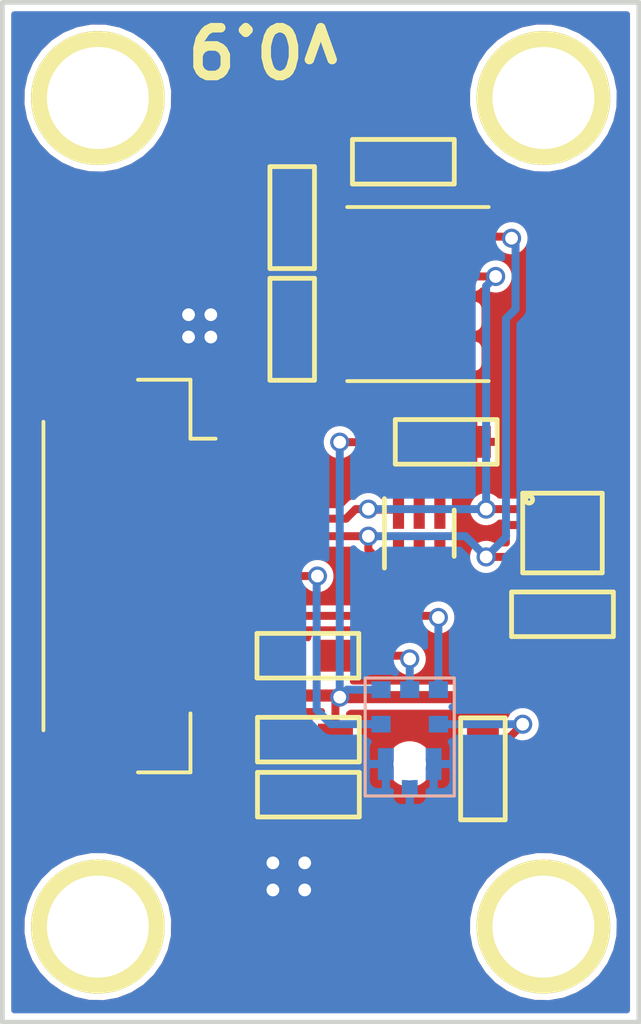
<source format=kicad_pcb>
(kicad_pcb (version 4) (host pcbnew 4.0.7)

  (general
    (links 41)
    (no_connects 3)
    (area 217.990476 98.85 242.009524 133.25)
    (thickness 1.6)
    (drawings 5)
    (tracks 123)
    (zones 0)
    (modules 21)
    (nets 19)
  )

  (page A4)
  (layers
    (0 F.Cu signal)
    (31 B.Cu signal)
    (32 B.Adhes user)
    (33 F.Adhes user)
    (34 B.Paste user)
    (35 F.Paste user)
    (36 B.SilkS user)
    (37 F.SilkS user)
    (38 B.Mask user)
    (39 F.Mask user hide)
    (40 Dwgs.User user)
    (41 Cmts.User user)
    (42 Eco1.User user)
    (43 Eco2.User user)
    (44 Edge.Cuts user)
    (45 Margin user)
    (46 B.CrtYd user)
    (47 F.CrtYd user)
    (48 B.Fab user)
    (49 F.Fab user)
  )

  (setup
    (last_trace_width 0.25)
    (user_trace_width 0.381)
    (trace_clearance 0.2)
    (zone_clearance 0.2032)
    (zone_45_only no)
    (trace_min 0.2)
    (segment_width 0.2)
    (edge_width 0.15)
    (via_size 0.6)
    (via_drill 0.4)
    (via_min_size 0.4)
    (via_min_drill 0.3)
    (uvia_size 0.3)
    (uvia_drill 0.1)
    (uvias_allowed no)
    (uvia_min_size 0.2)
    (uvia_min_drill 0.1)
    (pcb_text_width 0.3)
    (pcb_text_size 1.5 1.5)
    (mod_edge_width 0.15)
    (mod_text_size 1 1)
    (mod_text_width 0.15)
    (pad_size 1.524 1.524)
    (pad_drill 0.762)
    (pad_to_mask_clearance 0.2)
    (aux_axis_origin 0 0)
    (visible_elements FFFFFF7F)
    (pcbplotparams
      (layerselection 0x00030_80000001)
      (usegerberextensions false)
      (excludeedgelayer true)
      (linewidth 0.100000)
      (plotframeref false)
      (viasonmask false)
      (mode 1)
      (useauxorigin false)
      (hpglpennumber 1)
      (hpglpenspeed 20)
      (hpglpendiameter 15)
      (hpglpenoverlay 2)
      (psnegative false)
      (psa4output false)
      (plotreference true)
      (plotvalue true)
      (plotinvisibletext false)
      (padsonsilk false)
      (subtractmaskfromsilk false)
      (outputformat 1)
      (mirror false)
      (drillshape 1)
      (scaleselection 1)
      (outputdirectory ""))
  )

  (net 0 "")
  (net 1 "Net-(C1-Pad1)")
  (net 2 GND)
  (net 3 3V3)
  (net 4 "Net-(R1-Pad2)")
  (net 5 "Net-(R2-Pad1)")
  (net 6 /I2S_DATA)
  (net 7 "Net-(U1-Pad5)")
  (net 8 "Net-(U1-Pad6)")
  (net 9 /SDA)
  (net 10 /SCL)
  (net 11 "Net-(U2-Pad3)")
  (net 12 /I2S_BCLK)
  (net 13 /I2S_WS)
  (net 14 "Net-(U4-Pad2)")
  (net 15 "Net-(U4-Pad4)")
  (net 16 "Net-(M5-Pad~)")
  (net 17 "Net-(M6-Pad~)")
  (net 18 "Net-(M7-Pad~)")

  (net_class Default "This is the default net class."
    (clearance 0.2)
    (trace_width 0.25)
    (via_dia 0.6)
    (via_drill 0.4)
    (uvia_dia 0.3)
    (uvia_drill 0.1)
    (add_net /I2S_BCLK)
    (add_net /I2S_DATA)
    (add_net /I2S_WS)
    (add_net /SCL)
    (add_net /SDA)
    (add_net 3V3)
    (add_net GND)
    (add_net "Net-(C1-Pad1)")
    (add_net "Net-(M5-Pad~)")
    (add_net "Net-(M6-Pad~)")
    (add_net "Net-(M7-Pad~)")
    (add_net "Net-(R1-Pad2)")
    (add_net "Net-(R2-Pad1)")
    (add_net "Net-(U1-Pad5)")
    (add_net "Net-(U1-Pad6)")
    (add_net "Net-(U2-Pad3)")
    (add_net "Net-(U4-Pad2)")
    (add_net "Net-(U4-Pad4)")
  )

  (module SPH0645LM4H-B-SMD-GND (layer B.Cu) (tedit 5B24363E) (tstamp 5B21746D)
    (at 232.8 123.9 180)
    (path /5B217DBF)
    (fp_text reference U3 (at 0 3.302 180) (layer B.SilkS) hide
      (effects (font (size 1 1) (thickness 0.15)) (justify mirror))
    )
    (fp_text value SPH0645 (at 0 -1.8 180) (layer B.Fab) hide
      (effects (font (size 1 1) (thickness 0.15)) (justify mirror))
    )
    (fp_circle (center 0 0) (end 0.5 0) (layer Dwgs.User) (width 0.01))
    (fp_circle (center 0 0) (end 0.8 0.05) (layer Dwgs.User) (width 0.01))
    (fp_line (start -1.4 -1) (end 1.4 -1) (layer B.SilkS) (width 0.1))
    (fp_line (start 1.4 -1) (end 1.4 2.7) (layer B.SilkS) (width 0.1))
    (fp_line (start 1.4 2.7) (end -1.4 2.7) (layer B.SilkS) (width 0.1))
    (fp_line (start -1.4 2.7) (end -1.4 -1) (layer B.SilkS) (width 0.1))
    (pad 4 smd rect (at 0.9 1.252 180) (size 0.6 0.522) (layers B.Cu B.Paste B.Mask)
      (net 12 /I2S_BCLK))
    (pad 5 smd rect (at 0.9 2.335 180) (size 0.6 0.522) (layers B.Cu B.Paste B.Mask)
      (net 3 3V3))
    (pad 2 smd rect (at -0.9 1.252 180) (size 0.6 0.522) (layers B.Cu B.Paste B.Mask)
      (net 4 "Net-(R1-Pad2)"))
    (pad 1 smd rect (at -0.9 2.335 180) (size 0.6 0.522) (layers B.Cu B.Paste B.Mask)
      (net 13 /I2S_WS))
    (pad "" np_thru_hole circle (at 0 0 180) (size 1.024 1.024) (drill 1.024) (layers *.Cu *.Mask))
    (pad 6 smd rect (at 0 2.335 180) (size 0.6 0.522) (layers B.Cu B.Paste B.Mask)
      (net 5 "Net-(R2-Pad1)"))
    (pad 3 smd rect (at 0.75 0 180) (size 0.5 1) (layers B.Cu B.Paste B.Mask)
      (net 2 GND))
    (pad 3 smd rect (at -0.75 0 180) (size 0.5 1) (layers B.Cu B.Paste B.Mask)
      (net 2 GND))
    (pad 3 smd rect (at 0 -0.75 180) (size 0.5 0.5) (layers B.Cu B.Paste B.Mask)
      (net 2 GND))
  )

  (module RocketScreamKicadLibrary:CAP-0603 (layer F.Cu) (tedit 5B217409) (tstamp 5B217406)
    (at 229.1072 106.7528 90)
    (descr "Capacitor SMD 0603")
    (tags "capacitor 0603")
    (path /5B217CDF)
    (attr smd)
    (fp_text reference C1 (at 0 -1.9 90) (layer F.SilkS) hide
      (effects (font (size 1 1) (thickness 0.15)))
    )
    (fp_text value 100nF (at 0 1.9 90) (layer F.Fab) hide
      (effects (font (size 1 1) (thickness 0.15)))
    )
    (fp_line (start -1.65 -0.75) (end -1.65 0.75) (layer F.CrtYd) (width 0.05))
    (fp_line (start -1.65 0.75) (end 1.65 0.75) (layer F.CrtYd) (width 0.05))
    (fp_line (start 1.65 0.75) (end 1.65 -0.75) (layer F.CrtYd) (width 0.05))
    (fp_line (start 1.65 -0.75) (end -1.65 -0.75) (layer F.CrtYd) (width 0.05))
    (fp_line (start -1.6 -0.7) (end -1.6 0.7) (layer F.SilkS) (width 0.15))
    (fp_line (start 1.6 -0.7) (end 1.6 0.7) (layer F.SilkS) (width 0.15))
    (fp_line (start -1.6 -0.7) (end 1.6 -0.7) (layer F.SilkS) (width 0.15))
    (fp_line (start 1.6 0.7) (end -1.6 0.7) (layer F.SilkS) (width 0.15))
    (pad 1 smd rect (at -0.85 0 90) (size 1.1 1) (layers F.Cu F.Paste F.Mask)
      (net 1 "Net-(C1-Pad1)"))
    (pad 2 smd rect (at 0.85 0 90) (size 1.1 1) (layers F.Cu F.Paste F.Mask)
      (net 2 GND))
    (model RocketScreamKicadLibrary.3dshapes/CAP-0603.wrl
      (at (xyz 0 0 0))
      (scale (xyz 1 1 1))
      (rotate (xyz 0 0 0))
    )
  )

  (module RocketScreamKicadLibrary:CAP-0603 (layer F.Cu) (tedit 5B2173FF) (tstamp 5B21740C)
    (at 237.6 119.2 180)
    (descr "Capacitor SMD 0603")
    (tags "capacitor 0603")
    (path /5B217CE8)
    (attr smd)
    (fp_text reference C2 (at 0 -1.9 180) (layer F.SilkS) hide
      (effects (font (size 1 1) (thickness 0.15)))
    )
    (fp_text value 100nF (at 0 1.9 180) (layer F.Fab) hide
      (effects (font (size 1 1) (thickness 0.15)))
    )
    (fp_line (start -1.65 -0.75) (end -1.65 0.75) (layer F.CrtYd) (width 0.05))
    (fp_line (start -1.65 0.75) (end 1.65 0.75) (layer F.CrtYd) (width 0.05))
    (fp_line (start 1.65 0.75) (end 1.65 -0.75) (layer F.CrtYd) (width 0.05))
    (fp_line (start 1.65 -0.75) (end -1.65 -0.75) (layer F.CrtYd) (width 0.05))
    (fp_line (start -1.6 -0.7) (end -1.6 0.7) (layer F.SilkS) (width 0.15))
    (fp_line (start 1.6 -0.7) (end 1.6 0.7) (layer F.SilkS) (width 0.15))
    (fp_line (start -1.6 -0.7) (end 1.6 -0.7) (layer F.SilkS) (width 0.15))
    (fp_line (start 1.6 0.7) (end -1.6 0.7) (layer F.SilkS) (width 0.15))
    (pad 1 smd rect (at -0.85 0 180) (size 1.1 1) (layers F.Cu F.Paste F.Mask)
      (net 3 3V3))
    (pad 2 smd rect (at 0.85 0 180) (size 1.1 1) (layers F.Cu F.Paste F.Mask)
      (net 2 GND))
    (model RocketScreamKicadLibrary.3dshapes/CAP-0603.wrl
      (at (xyz 0 0 0))
      (scale (xyz 1 1 1))
      (rotate (xyz 0 0 0))
    )
  )

  (module RocketScreamKicadLibrary:CAP-0603 (layer F.Cu) (tedit 5B217401) (tstamp 5B217412)
    (at 232.6 105)
    (descr "Capacitor SMD 0603")
    (tags "capacitor 0603")
    (path /5B217CE0)
    (attr smd)
    (fp_text reference C3 (at 0 -1.9) (layer F.SilkS) hide
      (effects (font (size 1 1) (thickness 0.15)))
    )
    (fp_text value 100nF (at 0 1.9) (layer F.Fab) hide
      (effects (font (size 1 1) (thickness 0.15)))
    )
    (fp_line (start -1.65 -0.75) (end -1.65 0.75) (layer F.CrtYd) (width 0.05))
    (fp_line (start -1.65 0.75) (end 1.65 0.75) (layer F.CrtYd) (width 0.05))
    (fp_line (start 1.65 0.75) (end 1.65 -0.75) (layer F.CrtYd) (width 0.05))
    (fp_line (start 1.65 -0.75) (end -1.65 -0.75) (layer F.CrtYd) (width 0.05))
    (fp_line (start -1.6 -0.7) (end -1.6 0.7) (layer F.SilkS) (width 0.15))
    (fp_line (start 1.6 -0.7) (end 1.6 0.7) (layer F.SilkS) (width 0.15))
    (fp_line (start -1.6 -0.7) (end 1.6 -0.7) (layer F.SilkS) (width 0.15))
    (fp_line (start 1.6 0.7) (end -1.6 0.7) (layer F.SilkS) (width 0.15))
    (pad 1 smd rect (at -0.85 0) (size 1.1 1) (layers F.Cu F.Paste F.Mask)
      (net 3 3V3))
    (pad 2 smd rect (at 0.85 0) (size 1.1 1) (layers F.Cu F.Paste F.Mask)
      (net 2 GND))
    (model RocketScreamKicadLibrary.3dshapes/CAP-0603.wrl
      (at (xyz 0 0 0))
      (scale (xyz 1 1 1))
      (rotate (xyz 0 0 0))
    )
  )

  (module RocketScreamKicadLibrary:CAP-0603 (layer F.Cu) (tedit 5B217427) (tstamp 5B217418)
    (at 233.947136 113.79001)
    (descr "Capacitor SMD 0603")
    (tags "capacitor 0603")
    (path /5B217CE6)
    (attr smd)
    (fp_text reference C4 (at 0 -1.9) (layer F.SilkS) hide
      (effects (font (size 1 1) (thickness 0.15)))
    )
    (fp_text value 1uF (at 0 1.9) (layer F.Fab) hide
      (effects (font (size 1 1) (thickness 0.15)))
    )
    (fp_line (start -1.65 -0.75) (end -1.65 0.75) (layer F.CrtYd) (width 0.05))
    (fp_line (start -1.65 0.75) (end 1.65 0.75) (layer F.CrtYd) (width 0.05))
    (fp_line (start 1.65 0.75) (end 1.65 -0.75) (layer F.CrtYd) (width 0.05))
    (fp_line (start 1.65 -0.75) (end -1.65 -0.75) (layer F.CrtYd) (width 0.05))
    (fp_line (start -1.6 -0.7) (end -1.6 0.7) (layer F.SilkS) (width 0.15))
    (fp_line (start 1.6 -0.7) (end 1.6 0.7) (layer F.SilkS) (width 0.15))
    (fp_line (start -1.6 -0.7) (end 1.6 -0.7) (layer F.SilkS) (width 0.15))
    (fp_line (start 1.6 0.7) (end -1.6 0.7) (layer F.SilkS) (width 0.15))
    (pad 1 smd rect (at -0.85 0) (size 1.1 1) (layers F.Cu F.Paste F.Mask)
      (net 3 3V3))
    (pad 2 smd rect (at 0.85 0) (size 1.1 1) (layers F.Cu F.Paste F.Mask)
      (net 2 GND))
    (model RocketScreamKicadLibrary.3dshapes/CAP-0603.wrl
      (at (xyz 0 0 0))
      (scale (xyz 1 1 1))
      (rotate (xyz 0 0 0))
    )
  )

  (module RocketScreamKicadLibrary:CAP-0603 (layer F.Cu) (tedit 5B21742F) (tstamp 5B21741E)
    (at 229.1072 110.258 90)
    (descr "Capacitor SMD 0603")
    (tags "capacitor 0603")
    (path /5B217CE1)
    (attr smd)
    (fp_text reference C5 (at 0 -1.9 90) (layer F.SilkS) hide
      (effects (font (size 1 1) (thickness 0.15)))
    )
    (fp_text value 10uF (at 0 1.9 90) (layer F.Fab) hide
      (effects (font (size 1 1) (thickness 0.15)))
    )
    (fp_line (start -1.65 -0.75) (end -1.65 0.75) (layer F.CrtYd) (width 0.05))
    (fp_line (start -1.65 0.75) (end 1.65 0.75) (layer F.CrtYd) (width 0.05))
    (fp_line (start 1.65 0.75) (end 1.65 -0.75) (layer F.CrtYd) (width 0.05))
    (fp_line (start 1.65 -0.75) (end -1.65 -0.75) (layer F.CrtYd) (width 0.05))
    (fp_line (start -1.6 -0.7) (end -1.6 0.7) (layer F.SilkS) (width 0.15))
    (fp_line (start 1.6 -0.7) (end 1.6 0.7) (layer F.SilkS) (width 0.15))
    (fp_line (start -1.6 -0.7) (end 1.6 -0.7) (layer F.SilkS) (width 0.15))
    (fp_line (start 1.6 0.7) (end -1.6 0.7) (layer F.SilkS) (width 0.15))
    (pad 1 smd rect (at -0.85 0 90) (size 1.1 1) (layers F.Cu F.Paste F.Mask)
      (net 3 3V3))
    (pad 2 smd rect (at 0.85 0 90) (size 1.1 1) (layers F.Cu F.Paste F.Mask)
      (net 2 GND))
    (model RocketScreamKicadLibrary.3dshapes/CAP-0603.wrl
      (at (xyz 0 0 0))
      (scale (xyz 1 1 1))
      (rotate (xyz 0 0 0))
    )
  )

  (module RocketScreamKicadLibrary:CAP-0603 (layer F.Cu) (tedit 5B21740B) (tstamp 5B217424)
    (at 229.615466 124.860098 180)
    (descr "Capacitor SMD 0603")
    (tags "capacitor 0603")
    (path /5B217DC5)
    (attr smd)
    (fp_text reference C6 (at 0 -1.9 180) (layer F.SilkS) hide
      (effects (font (size 1 1) (thickness 0.15)))
    )
    (fp_text value 1uF (at 0 1.9 180) (layer F.Fab) hide
      (effects (font (size 1 1) (thickness 0.15)))
    )
    (fp_line (start -1.65 -0.75) (end -1.65 0.75) (layer F.CrtYd) (width 0.05))
    (fp_line (start -1.65 0.75) (end 1.65 0.75) (layer F.CrtYd) (width 0.05))
    (fp_line (start 1.65 0.75) (end 1.65 -0.75) (layer F.CrtYd) (width 0.05))
    (fp_line (start 1.65 -0.75) (end -1.65 -0.75) (layer F.CrtYd) (width 0.05))
    (fp_line (start -1.6 -0.7) (end -1.6 0.7) (layer F.SilkS) (width 0.15))
    (fp_line (start 1.6 -0.7) (end 1.6 0.7) (layer F.SilkS) (width 0.15))
    (fp_line (start -1.6 -0.7) (end 1.6 -0.7) (layer F.SilkS) (width 0.15))
    (fp_line (start 1.6 0.7) (end -1.6 0.7) (layer F.SilkS) (width 0.15))
    (pad 1 smd rect (at -0.85 0 180) (size 1.1 1) (layers F.Cu F.Paste F.Mask)
      (net 3 3V3))
    (pad 2 smd rect (at 0.85 0 180) (size 1.1 1) (layers F.Cu F.Paste F.Mask)
      (net 2 GND))
    (model RocketScreamKicadLibrary.3dshapes/CAP-0603.wrl
      (at (xyz 0 0 0))
      (scale (xyz 1 1 1))
      (rotate (xyz 0 0 0))
    )
  )

  (module RocketScreamKicadLibrary:CAP-0603 (layer F.Cu) (tedit 5B217434) (tstamp 5B21742A)
    (at 229.615466 123.132898 180)
    (descr "Capacitor SMD 0603")
    (tags "capacitor 0603")
    (path /5B217DC4)
    (attr smd)
    (fp_text reference C7 (at 0 -1.9 180) (layer F.SilkS) hide
      (effects (font (size 1 1) (thickness 0.15)))
    )
    (fp_text value 220pF (at 0 1.9 180) (layer F.Fab) hide
      (effects (font (size 1 1) (thickness 0.15)))
    )
    (fp_line (start -1.65 -0.75) (end -1.65 0.75) (layer F.CrtYd) (width 0.05))
    (fp_line (start -1.65 0.75) (end 1.65 0.75) (layer F.CrtYd) (width 0.05))
    (fp_line (start 1.65 0.75) (end 1.65 -0.75) (layer F.CrtYd) (width 0.05))
    (fp_line (start 1.65 -0.75) (end -1.65 -0.75) (layer F.CrtYd) (width 0.05))
    (fp_line (start -1.6 -0.7) (end -1.6 0.7) (layer F.SilkS) (width 0.15))
    (fp_line (start 1.6 -0.7) (end 1.6 0.7) (layer F.SilkS) (width 0.15))
    (fp_line (start -1.6 -0.7) (end 1.6 -0.7) (layer F.SilkS) (width 0.15))
    (fp_line (start 1.6 0.7) (end -1.6 0.7) (layer F.SilkS) (width 0.15))
    (pad 1 smd rect (at -0.85 0 180) (size 1.1 1) (layers F.Cu F.Paste F.Mask)
      (net 3 3V3))
    (pad 2 smd rect (at 0.85 0 180) (size 1.1 1) (layers F.Cu F.Paste F.Mask)
      (net 2 GND))
    (model RocketScreamKicadLibrary.3dshapes/CAP-0603.wrl
      (at (xyz 0 0 0))
      (scale (xyz 1 1 1))
      (rotate (xyz 0 0 0))
    )
  )

  (module RocketScreamKicadLibrary:HOLE_PTH_3.2MM (layer F.Cu) (tedit 5B21741C) (tstamp 5B21742F)
    (at 223 129)
    (path /5B21C0EB)
    (fp_text reference M1 (at 0 -3.175) (layer F.SilkS) hide
      (effects (font (size 1 1) (thickness 0.15)))
    )
    (fp_text value MOUNT_HOLE (at 0 3.175) (layer F.Fab) hide
      (effects (font (size 1 1) (thickness 0.15)))
    )
    (pad "" np_thru_hole circle (at 0 0) (size 4.2 4.2) (drill 3.2) (layers *.Cu *.Mask F.SilkS))
  )

  (module RocketScreamKicadLibrary:HOLE_PTH_3.2MM (layer F.Cu) (tedit 5B2173F7) (tstamp 5B217434)
    (at 223 103)
    (path /5B21C22A)
    (fp_text reference M2 (at 0 -3.175) (layer F.SilkS) hide
      (effects (font (size 1 1) (thickness 0.15)))
    )
    (fp_text value MOUNT_HOLE (at 0 3.175) (layer F.Fab) hide
      (effects (font (size 1 1) (thickness 0.15)))
    )
    (pad "" np_thru_hole circle (at 0 0) (size 4.2 4.2) (drill 3.2) (layers *.Cu *.Mask F.SilkS))
  )

  (module RocketScreamKicadLibrary:HOLE_PTH_3.2MM (layer F.Cu) (tedit 5B2173F3) (tstamp 5B217439)
    (at 237 103)
    (path /5B21C271)
    (fp_text reference M3 (at 0 -3.175) (layer F.SilkS) hide
      (effects (font (size 1 1) (thickness 0.15)))
    )
    (fp_text value MOUNT_HOLE (at 0 3.175) (layer F.Fab) hide
      (effects (font (size 1 1) (thickness 0.15)))
    )
    (pad "" np_thru_hole circle (at 0 0) (size 4.2 4.2) (drill 3.2) (layers *.Cu *.Mask F.SilkS))
  )

  (module RocketScreamKicadLibrary:HOLE_PTH_3.2MM (layer F.Cu) (tedit 5B21741F) (tstamp 5B21743E)
    (at 237 129)
    (path /5B21C2BB)
    (fp_text reference M4 (at 0 -3.175) (layer F.SilkS) hide
      (effects (font (size 1 1) (thickness 0.15)))
    )
    (fp_text value MOUNT_HOLE (at 0 3.175) (layer F.Fab) hide
      (effects (font (size 1 1) (thickness 0.15)))
    )
    (pad "" np_thru_hole circle (at 0 0) (size 4.2 4.2) (drill 3.2) (layers *.Cu *.Mask F.SilkS))
  )

  (module RocketScreamKicadLibrary:RES-0603 (layer F.Cu) (tedit 5B217432) (tstamp 5B217444)
    (at 235.1 124.05 90)
    (descr "Capacitor SMD 0603")
    (tags "capacitor 0603")
    (path /5B217DC0)
    (attr smd)
    (fp_text reference R1 (at 0 -1.9 90) (layer F.SilkS) hide
      (effects (font (size 1 1) (thickness 0.15)))
    )
    (fp_text value 10K (at 0 1.9 90) (layer F.Fab) hide
      (effects (font (size 1 1) (thickness 0.15)))
    )
    (fp_line (start -1.65 -0.75) (end -1.65 0.75) (layer F.CrtYd) (width 0.05))
    (fp_line (start -1.65 0.75) (end 1.65 0.75) (layer F.CrtYd) (width 0.05))
    (fp_line (start 1.65 0.75) (end 1.65 -0.75) (layer F.CrtYd) (width 0.05))
    (fp_line (start 1.65 -0.75) (end -1.65 -0.75) (layer F.CrtYd) (width 0.05))
    (fp_line (start -1.6 -0.7) (end -1.6 0.7) (layer F.SilkS) (width 0.15))
    (fp_line (start 1.6 -0.7) (end 1.6 0.7) (layer F.SilkS) (width 0.15))
    (fp_line (start -1.6 -0.7) (end 1.6 -0.7) (layer F.SilkS) (width 0.15))
    (fp_line (start 1.6 0.7) (end -1.6 0.7) (layer F.SilkS) (width 0.15))
    (pad 1 smd rect (at -0.85 0 90) (size 1.1 1) (layers F.Cu F.Paste F.Mask)
      (net 2 GND))
    (pad 2 smd rect (at 0.85 0 90) (size 1.1 1) (layers F.Cu F.Paste F.Mask)
      (net 4 "Net-(R1-Pad2)"))
  )

  (module RocketScreamKicadLibrary:RES-0603 (layer F.Cu) (tedit 5B21740D) (tstamp 5B21744A)
    (at 229.6 120.5 180)
    (descr "Capacitor SMD 0603")
    (tags "capacitor 0603")
    (path /5B217DC1)
    (attr smd)
    (fp_text reference R2 (at 0 -1.9 180) (layer F.SilkS) hide
      (effects (font (size 1 1) (thickness 0.15)))
    )
    (fp_text value 68R (at 0 1.9 180) (layer F.Fab) hide
      (effects (font (size 1 1) (thickness 0.15)))
    )
    (fp_line (start -1.65 -0.75) (end -1.65 0.75) (layer F.CrtYd) (width 0.05))
    (fp_line (start -1.65 0.75) (end 1.65 0.75) (layer F.CrtYd) (width 0.05))
    (fp_line (start 1.65 0.75) (end 1.65 -0.75) (layer F.CrtYd) (width 0.05))
    (fp_line (start 1.65 -0.75) (end -1.65 -0.75) (layer F.CrtYd) (width 0.05))
    (fp_line (start -1.6 -0.7) (end -1.6 0.7) (layer F.SilkS) (width 0.15))
    (fp_line (start 1.6 -0.7) (end 1.6 0.7) (layer F.SilkS) (width 0.15))
    (fp_line (start -1.6 -0.7) (end 1.6 -0.7) (layer F.SilkS) (width 0.15))
    (fp_line (start 1.6 0.7) (end -1.6 0.7) (layer F.SilkS) (width 0.15))
    (pad 1 smd rect (at -0.85 0 180) (size 1.1 1) (layers F.Cu F.Paste F.Mask)
      (net 5 "Net-(R2-Pad1)"))
    (pad 2 smd rect (at 0.85 0 180) (size 1.1 1) (layers F.Cu F.Paste F.Mask)
      (net 6 /I2S_DATA))
  )

  (module conservify:DFN-8-1EP_5x2.55mm_Pitch1.25mm_98ASA002260D (layer F.Cu) (tedit 5B21742B) (tstamp 5B217456)
    (at 233.3755 109.215)
    (descr "DD Package; 8-Lead Plastic DFN (6mm x 5mm) (see http://www.everspin.com/file/236/download)")
    (tags "dfn ")
    (path /5B217CDD)
    (attr smd)
    (fp_text reference U1 (at 0 -3.5) (layer F.SilkS) hide
      (effects (font (size 1 1) (thickness 0.15)))
    )
    (fp_text value MPL3115A2 (at 0 3.65) (layer F.Fab) hide
      (effects (font (size 1 1) (thickness 0.15)))
    )
    (fp_line (start -2.032 -2.54) (end -2.794 -1.905) (layer F.Fab) (width 0.1))
    (fp_line (start -2.794 2.5) (end -2.794 -1.905) (layer F.Fab) (width 0.1))
    (fp_line (start 2.159 2.54) (end -2.794 2.54) (layer F.Fab) (width 0.1))
    (fp_line (start 2.159 -2.54) (end 2.159 2.54) (layer F.Fab) (width 0.1))
    (fp_line (start -2.032 -2.54) (end 2.159 -2.54) (layer F.Fab) (width 0.1))
    (fp_line (start -2.921 2.794) (end -2.921 -2.906) (layer F.CrtYd) (width 0.05))
    (fp_line (start 2.286 2.794) (end -2.921 2.794) (layer F.CrtYd) (width 0.05))
    (fp_line (start 2.286 -2.8956) (end 2.286 2.8044) (layer F.CrtYd) (width 0.05))
    (fp_line (start -2.921 -2.921) (end 2.286 -2.921) (layer F.CrtYd) (width 0.05))
    (fp_line (start -2.54 -2.794) (end 1.905 -2.794) (layer F.SilkS) (width 0.12))
    (fp_line (start -2.54 2.667) (end 1.905 2.667) (layer F.SilkS) (width 0.12))
    (fp_text user %R (at 0 0) (layer F.Fab) hide
      (effects (font (size 1 1) (thickness 0.15)))
    )
    (pad 1 smd rect (at -1.5755 -1.865 270) (size 0.5 1.1) (layers F.Cu F.Paste F.Mask)
      (net 3 3V3) (solder_mask_margin 0.1) (clearance 0.1))
    (pad 2 smd rect (at -1.5755 -0.615 270) (size 0.5 1.1) (layers F.Cu F.Paste F.Mask)
      (net 1 "Net-(C1-Pad1)") (solder_mask_margin 0.1) (clearance 0.1))
    (pad 3 smd rect (at -1.5755 0.635 270) (size 0.5 1.1) (layers F.Cu F.Paste F.Mask)
      (net 2 GND) (solder_mask_margin 0.1) (clearance 0.1))
    (pad 4 smd rect (at -1.5755 1.885 270) (size 0.5 1.1) (layers F.Cu F.Paste F.Mask)
      (net 3 3V3) (solder_mask_margin 0.1) (clearance 0.1))
    (pad 5 smd rect (at 0.9245 1.885 270) (size 0.5 1.1) (layers F.Cu F.Paste F.Mask)
      (net 7 "Net-(U1-Pad5)") (solder_mask_margin 0.1) (clearance 0.1))
    (pad 6 smd rect (at 0.9245 0.635 270) (size 0.5 1.1) (layers F.Cu F.Paste F.Mask)
      (net 8 "Net-(U1-Pad6)") (solder_mask_margin 0.1) (clearance 0.1))
    (pad 7 smd rect (at 0.9245 -0.615 270) (size 0.5 1.1) (layers F.Cu F.Paste F.Mask)
      (net 9 /SDA) (solder_mask_margin 0.1) (clearance 0.1))
    (pad 8 smd rect (at 0.9245 -1.865 270) (size 0.5 1.1) (layers F.Cu F.Paste F.Mask)
      (net 10 /SCL) (solder_mask_margin 0.1) (clearance 0.1))
    (model ${KISYS3DMOD}/Housings_DFN_QFN.3dshapes/DFN-8-1EP_6x5mm_Pitch1.27mm.wrl
      (at (xyz 0 0 0))
      (scale (xyz 1 1 1))
      (rotate (xyz 0 0 0))
    )
  )

  (module conservify:SHT3x (layer F.Cu) (tedit 5B217411) (tstamp 5B217463)
    (at 237.6 116.65)
    (path /5B217CE7)
    (fp_text reference U2 (at 0 3.575) (layer F.SilkS) hide
      (effects (font (size 1 1) (thickness 0.15)))
    )
    (fp_text value SHT31 (at 0 2.225) (layer F.Fab) hide
      (effects (font (size 1 1) (thickness 0.15)))
    )
    (fp_circle (center -1.05 -1.05) (end -1.025 -1.025) (layer F.SilkS) (width 0.15))
    (fp_line (start -1.25 -1.25) (end 1.25 -1.25) (layer F.SilkS) (width 0.15))
    (fp_line (start 1.25 -1.25) (end 1.25 1.25) (layer F.SilkS) (width 0.15))
    (fp_line (start 1.25 1.25) (end -1.25 1.25) (layer F.SilkS) (width 0.15))
    (fp_line (start -1.25 1.25) (end -1.25 -1.25) (layer F.SilkS) (width 0.15))
    (pad 1 smd rect (at -1.175 -0.75) (size 0.55 0.25) (layers F.Cu F.Paste F.Mask)
      (net 9 /SDA))
    (pad 2 smd rect (at -1.175 -0.25) (size 0.55 0.25) (layers F.Cu F.Paste F.Mask)
      (net 2 GND))
    (pad 3 smd rect (at -1.175 0.25) (size 0.55 0.25) (layers F.Cu F.Paste F.Mask)
      (net 11 "Net-(U2-Pad3)"))
    (pad 4 smd rect (at -1.175 0.75) (size 0.55 0.25) (layers F.Cu F.Paste F.Mask)
      (net 10 /SCL))
    (pad 5 smd rect (at 1.175 0.75) (size 0.55 0.25) (layers F.Cu F.Paste F.Mask)
      (net 3 3V3))
    (pad 6 smd rect (at 1.175 0.25) (size 0.55 0.25) (layers F.Cu F.Paste F.Mask)
      (net 3 3V3))
    (pad 7 smd rect (at 1.175 -0.25) (size 0.55 0.25) (layers F.Cu F.Paste F.Mask)
      (net 2 GND))
    (pad 8 smd rect (at 1.175 -0.75) (size 0.55 0.25) (layers F.Cu F.Paste F.Mask)
      (net 2 GND))
    (pad PAD smd rect (at 0 0) (size 1 1.7) (layers F.Cu F.Paste F.Mask)
      (net 2 GND) (solder_paste_margin -0.05))
  )

  (module conservify:TSL2591 (layer F.Cu) (tedit 5B217413) (tstamp 5B217477)
    (at 233.097136 116.65581 90)
    (descr "6-Lead Plastic Dual Flat, No Lead Package (MA) - 2x2x0.9 mm Body [DFN] (see Microchip Packaging Specification 00000049BS.pdf)")
    (tags "DFN 0.65")
    (path /5B217CE2)
    (attr smd)
    (fp_text reference U4 (at 0 -2.025 90) (layer F.SilkS) hide
      (effects (font (size 1 1) (thickness 0.15)))
    )
    (fp_text value TSL2591 (at -0.9992 -2.0574 90) (layer F.Fab) hide
      (effects (font (size 1 1) (thickness 0.15)))
    )
    (fp_line (start 0 -1) (end 1 -1) (layer F.Fab) (width 0.15))
    (fp_line (start 1 -1) (end 1 1) (layer F.Fab) (width 0.15))
    (fp_line (start 1 1) (end -1 1) (layer F.Fab) (width 0.15))
    (fp_line (start -1 1) (end -1 0) (layer F.Fab) (width 0.15))
    (fp_line (start -1 0) (end 0 -1) (layer F.Fab) (width 0.15))
    (fp_line (start -1.65 -1.25) (end -1.65 1.25) (layer F.CrtYd) (width 0.05))
    (fp_line (start 1.65 -1.25) (end 1.65 1.25) (layer F.CrtYd) (width 0.05))
    (fp_line (start -1.65 -1.25) (end 1.65 -1.25) (layer F.CrtYd) (width 0.05))
    (fp_line (start -1.65 1.25) (end 1.65 1.25) (layer F.CrtYd) (width 0.05))
    (fp_line (start -0.725 1.1) (end 0.725 1.1) (layer F.SilkS) (width 0.15))
    (fp_line (start -1.0922 -1.0922) (end 1.0828 -1.0922) (layer F.SilkS) (width 0.15))
    (pad 1 smd rect (at -0.7634 -0.65 90) (size 1.2 0.35) (layers F.Cu F.Paste F.Mask)
      (net 10 /SCL))
    (pad 2 smd rect (at -0.7634 0 90) (size 1.2 0.35) (layers F.Cu F.Paste F.Mask)
      (net 14 "Net-(U4-Pad2)"))
    (pad 3 smd rect (at -0.7634 0.65 90) (size 1.2 0.35) (layers F.Cu F.Paste F.Mask)
      (net 2 GND))
    (pad 4 smd rect (at 0.7366 0.65 90) (size 1.2 0.35) (layers F.Cu F.Paste F.Mask)
      (net 15 "Net-(U4-Pad4)"))
    (pad 5 smd rect (at 0.7366 0 90) (size 1.2 0.35) (layers F.Cu F.Paste F.Mask)
      (net 3 3V3))
    (pad 6 smd rect (at 0.7366 -0.65 90) (size 1.2 0.35) (layers F.Cu F.Paste F.Mask)
      (net 9 /SDA))
    (model ${KISYS3DMOD}/Housings_DFN_QFN.3dshapes/DFN-6-1EP_2x2mm_Pitch0.65mm.wrl
      (at (xyz 0 0 0))
      (scale (xyz 1 1 1))
      (rotate (xyz 0 0 0))
    )
  )

  (module conservify:Molex_CLIK-Mate_502386-0770_1x07_P1.25mm_Horizontal (layer F.Cu) (tedit 5B217626) (tstamp 5B217856)
    (at 224 118 270)
    (descr "JST CLIK-Mate series connector, 502386-0770 (http://www.molex.com/pdm_docs/sd/5023860270_sd.pdf), generated with kicad-footprint-generator")
    (tags "connector Molex CLIK-Mate top entry")
    (path /5B21CD6A)
    (attr smd)
    (fp_text reference J1 (at 0 -3.9 270) (layer F.SilkS) hide
      (effects (font (size 1 1) (thickness 0.15)))
    )
    (fp_text value Conn_01x07 (at 0 3.9 270) (layer F.Fab) hide
      (effects (font (size 1 1) (thickness 0.15)))
    )
    (fp_line (start -6.05 -1.8) (end 6.05 -1.8) (layer F.Fab) (width 0.1))
    (fp_line (start -6.16 -0.26) (end -6.16 -1.91) (layer F.SilkS) (width 0.12))
    (fp_line (start -6.16 -1.91) (end -4.31 -1.91) (layer F.SilkS) (width 0.12))
    (fp_line (start -4.31 -1.91) (end -4.31 -2.7) (layer F.SilkS) (width 0.12))
    (fp_line (start 6.16 -0.26) (end 6.16 -1.91) (layer F.SilkS) (width 0.12))
    (fp_line (start 6.16 -1.91) (end 4.31 -1.91) (layer F.SilkS) (width 0.12))
    (fp_line (start -4.84 2.71) (end 4.84 2.71) (layer F.SilkS) (width 0.12))
    (fp_line (start -6.05 1.35) (end -5.72 1.35) (layer F.Fab) (width 0.1))
    (fp_line (start -5.72 1.35) (end -5.72 2.6) (layer F.Fab) (width 0.1))
    (fp_line (start -5.72 2.6) (end 5.72 2.6) (layer F.Fab) (width 0.1))
    (fp_line (start 5.72 2.6) (end 5.72 1.35) (layer F.Fab) (width 0.1))
    (fp_line (start 5.72 1.35) (end 6.05 1.35) (layer F.Fab) (width 0.1))
    (fp_line (start -6.05 -1.8) (end -6.05 1.35) (layer F.Fab) (width 0.1))
    (fp_line (start 6.05 -1.8) (end 6.05 1.35) (layer F.Fab) (width 0.1))
    (fp_line (start -6.6 -3.2) (end -6.6 3.2) (layer F.CrtYd) (width 0.05))
    (fp_line (start -6.6 3.2) (end 6.6 3.2) (layer F.CrtYd) (width 0.05))
    (fp_line (start 6.6 3.2) (end 6.6 -3.2) (layer F.CrtYd) (width 0.05))
    (fp_line (start 6.6 -3.2) (end -6.6 -3.2) (layer F.CrtYd) (width 0.05))
    (fp_line (start -4.25 -1.8) (end -3.75 -1.092893) (layer F.Fab) (width 0.1))
    (fp_line (start -3.75 -1.092893) (end -3.25 -1.8) (layer F.Fab) (width 0.1))
    (fp_text user %R (at 0 -0.22 270) (layer F.Fab) hide
      (effects (font (size 1 1) (thickness 0.15)))
    )
    (pad 1 smd rect (at -3.75 -1.85 270) (size 0.6 1.7) (layers F.Cu F.Paste F.Mask)
      (net 2 GND))
    (pad 2 smd rect (at -2.5 -1.85 270) (size 0.6 1.7) (layers F.Cu F.Paste F.Mask)
      (net 9 /SDA))
    (pad 3 smd rect (at -1.25 -1.85 270) (size 0.6 1.7) (layers F.Cu F.Paste F.Mask)
      (net 10 /SCL))
    (pad 4 smd rect (at 0 -1.85 270) (size 0.6 1.7) (layers F.Cu F.Paste F.Mask)
      (net 12 /I2S_BCLK))
    (pad 5 smd rect (at 1.25 -1.85 270) (size 0.6 1.7) (layers F.Cu F.Paste F.Mask)
      (net 13 /I2S_WS))
    (pad 6 smd rect (at 2.5 -1.85 270) (size 0.6 1.7) (layers F.Cu F.Paste F.Mask)
      (net 6 /I2S_DATA))
    (pad 7 smd rect (at 3.75 -1.85 270) (size 0.6 1.7) (layers F.Cu F.Paste F.Mask)
      (net 3 3V3))
    (pad "" smd rect (at -5.6 1.35 270) (size 1 2.7) (layers F.Cu F.Paste F.Mask))
    (pad "" smd rect (at 5.6 1.35 270) (size 1 2.7) (layers F.Cu F.Paste F.Mask))
    (model ${KISYS3DMOD}/Connector_Molex.3dshapes/Molex_CLIK-Mate_502386-0770_1x07_P1.25mm_Horizontal.wrl
      (at (xyz 0 0 0))
      (scale (xyz 1 1 1))
      (rotate (xyz 0 0 0))
    )
  )

  (module Fiducials:Fiducial_0.75mm_Dia_1.5mm_Outer (layer F.Cu) (tedit 5B242BD7) (tstamp 5B242BB8)
    (at 230.251 129.794)
    (descr "Circular Fiducial, 0.75mm bare copper top; 1.5mm keepout (Level B)")
    (tags marker)
    (path /5B243ED0)
    (attr virtual)
    (fp_text reference M5 (at 0 -2) (layer F.SilkS) hide
      (effects (font (size 1 1) (thickness 0.15)))
    )
    (fp_text value FIDUCIAL (at 0 2) (layer F.Fab) hide
      (effects (font (size 1 1) (thickness 0.15)))
    )
    (fp_circle (center 0 0) (end 0.75 0) (layer F.Fab) (width 0.1))
    (fp_text user %R (at 0 0) (layer F.Fab)
      (effects (font (size 0.3 0.3) (thickness 0.05)))
    )
    (fp_circle (center 0 0) (end 1 0) (layer F.CrtYd) (width 0.05))
    (pad ~ smd circle (at 0 0) (size 0.75 0.75) (layers F.Cu F.Mask)
      (net 16 "Net-(M5-Pad~)") (solder_mask_margin 0.375) (clearance 0.375))
  )

  (module Fiducials:Fiducial_0.75mm_Dia_1.5mm_Outer (layer F.Cu) (tedit 5B242BE1) (tstamp 5B242BBD)
    (at 237.874 113.119001)
    (descr "Circular Fiducial, 0.75mm bare copper top; 1.5mm keepout (Level B)")
    (tags marker)
    (path /5B243F25)
    (attr virtual)
    (fp_text reference M6 (at 0 -2) (layer F.SilkS) hide
      (effects (font (size 1 1) (thickness 0.15)))
    )
    (fp_text value FIDUCIAL (at 0 2) (layer F.Fab) hide
      (effects (font (size 1 1) (thickness 0.15)))
    )
    (fp_circle (center 0 0) (end 0.75 0) (layer F.Fab) (width 0.1))
    (fp_text user %R (at 0 0) (layer F.Fab)
      (effects (font (size 0.3 0.3) (thickness 0.05)))
    )
    (fp_circle (center 0 0) (end 1 0) (layer F.CrtYd) (width 0.05))
    (pad ~ smd circle (at 0 0) (size 0.75 0.75) (layers F.Cu F.Mask)
      (net 17 "Net-(M6-Pad~)") (solder_mask_margin 0.375) (clearance 0.375))
  )

  (module Fiducials:Fiducial_0.75mm_Dia_1.5mm_Outer (layer F.Cu) (tedit 5B242BE4) (tstamp 5B242BC2)
    (at 221.996 109.855)
    (descr "Circular Fiducial, 0.75mm bare copper top; 1.5mm keepout (Level B)")
    (tags marker)
    (path /5B243F74)
    (attr virtual)
    (fp_text reference M7 (at 0 -2) (layer F.SilkS) hide
      (effects (font (size 1 1) (thickness 0.15)))
    )
    (fp_text value FIDUCIAL (at 0 2) (layer F.Fab) hide
      (effects (font (size 1 1) (thickness 0.15)))
    )
    (fp_circle (center 0 0) (end 0.75 0) (layer F.Fab) (width 0.1))
    (fp_text user %R (at 0 0) (layer F.Fab)
      (effects (font (size 0.3 0.3) (thickness 0.05)))
    )
    (fp_circle (center 0 0) (end 1 0) (layer F.CrtYd) (width 0.05))
    (pad ~ smd circle (at 0 0) (size 0.75 0.75) (layers F.Cu F.Mask)
      (net 18 "Net-(M7-Pad~)") (solder_mask_margin 0.375) (clearance 0.375))
  )

  (gr_text v0.9 (at 228.219 101.473 180) (layer F.SilkS)
    (effects (font (size 1.5 1.5) (thickness 0.3)))
  )
  (gr_line (start 240 100) (end 220 100) (layer Edge.Cuts) (width 0.15))
  (gr_line (start 240 132) (end 240 100) (layer Edge.Cuts) (width 0.15))
  (gr_line (start 220 132) (end 240 132) (layer Edge.Cuts) (width 0.15))
  (gr_line (start 220 100) (end 220 132) (layer Edge.Cuts) (width 0.15))

  (segment (start 229.1072 107.6028) (end 229.8572 107.6028) (width 0.25) (layer F.Cu) (net 1))
  (segment (start 229.8572 107.6028) (end 230.8544 108.6) (width 0.25) (layer F.Cu) (net 1))
  (segment (start 230.8544 108.6) (end 231 108.6) (width 0.25) (layer F.Cu) (net 1))
  (segment (start 231 108.6) (end 231.8 108.6) (width 0.25) (layer F.Cu) (net 1))
  (segment (start 228.5 127.85) (end 229.5 127.85) (width 0.25) (layer F.Cu) (net 2))
  (segment (start 228.5 127) (end 228.5 127.85) (width 0.25) (layer B.Cu) (net 2))
  (segment (start 229.5 127) (end 229.5 127.85) (width 0.25) (layer B.Cu) (net 2))
  (segment (start 228.5 127) (end 229.5 127) (width 0.25) (layer B.Cu) (net 2))
  (segment (start 228.5 127) (end 229.5 127) (width 0.25) (layer F.Cu) (net 2))
  (segment (start 228.5 127.85) (end 228.5 127) (width 0.25) (layer F.Cu) (net 2))
  (segment (start 229.5 127.85) (end 228.5 127.85) (width 0.25) (layer B.Cu) (net 2))
  (via (at 228.5 127.85) (size 0.6) (drill 0.4) (layers F.Cu B.Cu) (net 2))
  (segment (start 229.5 127) (end 229.5 127.85) (width 0.25) (layer F.Cu) (net 2))
  (via (at 229.5 127.85) (size 0.6) (drill 0.4) (layers F.Cu B.Cu) (net 2))
  (via (at 229.5 127) (size 0.6) (drill 0.4) (layers F.Cu B.Cu) (net 2))
  (segment (start 228.765466 124.860098) (end 228.765466 126.734534) (width 0.25) (layer F.Cu) (net 2))
  (segment (start 228.765466 126.734534) (end 228.5 127) (width 0.25) (layer F.Cu) (net 2))
  (via (at 228.5 127) (size 0.6) (drill 0.4) (layers F.Cu B.Cu) (net 2))
  (segment (start 228.765466 123.132898) (end 228.765466 124.860098) (width 0.25) (layer F.Cu) (net 2))
  (segment (start 226.55 110.5) (end 225.85 110.5) (width 0.25) (layer F.Cu) (net 2))
  (segment (start 226.55 109.8) (end 226.55 110.5) (width 0.25) (layer B.Cu) (net 2))
  (via (at 226.55 110.5) (size 0.6) (drill 0.4) (layers F.Cu B.Cu) (net 2))
  (segment (start 225.85 109.8) (end 226.55 109.8) (width 0.25) (layer F.Cu) (net 2))
  (via (at 226.55 109.8) (size 0.6) (drill 0.4) (layers F.Cu B.Cu) (net 2))
  (segment (start 225.85 110.5) (end 225.85 109.8) (width 0.25) (layer B.Cu) (net 2))
  (via (at 225.85 109.8) (size 0.6) (drill 0.4) (layers F.Cu B.Cu) (net 2))
  (segment (start 225.85 114.25) (end 225.85 110.5) (width 0.25) (layer F.Cu) (net 2))
  (via (at 225.85 110.5) (size 0.6) (drill 0.4) (layers F.Cu B.Cu) (net 2))
  (segment (start 238.2 121.8) (end 230.6 121.8) (width 0.381) (layer F.Cu) (net 3))
  (segment (start 238.2 121.8) (end 238.45 121.55) (width 0.381) (layer F.Cu) (net 3))
  (segment (start 238.45 121.55) (end 238.45 119.2) (width 0.381) (layer F.Cu) (net 3))
  (segment (start 230.465466 123.132898) (end 230.465466 121.934534) (width 0.25) (layer F.Cu) (net 3))
  (segment (start 230.465466 121.934534) (end 230.6 121.8) (width 0.25) (layer F.Cu) (net 3))
  (segment (start 225.85 121.75) (end 230.55 121.75) (width 0.381) (layer F.Cu) (net 3))
  (segment (start 230.55 121.75) (end 230.6 121.8) (width 0.381) (layer F.Cu) (net 3))
  (segment (start 231.8 107.35) (end 231.8 105.05) (width 0.25) (layer F.Cu) (net 3))
  (segment (start 231.8 105.05) (end 231.75 105) (width 0.25) (layer F.Cu) (net 3))
  (segment (start 233.1 109.8) (end 233.1 111.1) (width 0.25) (layer F.Cu) (net 3))
  (segment (start 231.8 111.1) (end 233.1 111.1) (width 0.25) (layer F.Cu) (net 3))
  (segment (start 233.1 111.1) (end 233.1 111.897136) (width 0.25) (layer F.Cu) (net 3))
  (segment (start 233.1 109.8) (end 233.1 110.1) (width 0.25) (layer F.Cu) (net 3))
  (segment (start 233.1 107.8) (end 233.1 109.8) (width 0.25) (layer F.Cu) (net 3))
  (segment (start 233.097136 111.597136) (end 233.097136 111.9) (width 0.25) (layer F.Cu) (net 3))
  (segment (start 233.097136 111.9) (end 233.097136 113.04001) (width 0.25) (layer F.Cu) (net 3))
  (segment (start 233.1 111.897136) (end 233.097136 111.9) (width 0.25) (layer F.Cu) (net 3))
  (segment (start 231.9 121.565) (end 230.835 121.565) (width 0.25) (layer B.Cu) (net 3))
  (segment (start 230.835 121.565) (end 230.6 121.8) (width 0.25) (layer B.Cu) (net 3))
  (segment (start 230.6 118.225002) (end 230.6 121.8) (width 0.25) (layer B.Cu) (net 3))
  (via (at 230.6 121.8) (size 0.6) (drill 0.4) (layers F.Cu B.Cu) (net 3))
  (segment (start 238.775 117.4) (end 238.775 118.875) (width 0.25) (layer F.Cu) (net 3))
  (segment (start 238.775 118.875) (end 238.45 119.2) (width 0.25) (layer F.Cu) (net 3))
  (segment (start 238.775 117.4) (end 238.775 116.9) (width 0.25) (layer F.Cu) (net 3))
  (segment (start 233.097136 113.04001) (end 233.097136 113.79001) (width 0.25) (layer F.Cu) (net 3))
  (segment (start 233.097136 115.91921) (end 233.097136 114.9) (width 0.25) (layer F.Cu) (net 3))
  (segment (start 233.097136 114.9) (end 233.097136 113.79001) (width 0.25) (layer F.Cu) (net 3))
  (segment (start 230.6 113.8) (end 233.087146 113.8) (width 0.25) (layer F.Cu) (net 3))
  (segment (start 233.087146 113.8) (end 233.097136 113.79001) (width 0.25) (layer F.Cu) (net 3))
  (segment (start 230.6 118.225002) (end 230.6 113.8) (width 0.25) (layer B.Cu) (net 3))
  (via (at 230.6 113.8) (size 0.6) (drill 0.4) (layers F.Cu B.Cu) (net 3))
  (segment (start 230.465466 124.860098) (end 230.465466 123.132898) (width 0.25) (layer F.Cu) (net 3))
  (segment (start 232.1 111.1) (end 231.8 111.1) (width 0.25) (layer F.Cu) (net 3))
  (segment (start 231.8 107.35) (end 232.65 107.35) (width 0.25) (layer F.Cu) (net 3))
  (segment (start 232.65 107.35) (end 233.1 107.8) (width 0.25) (layer F.Cu) (net 3))
  (segment (start 229.1072 111.108) (end 231.792 111.108) (width 0.25) (layer F.Cu) (net 3))
  (segment (start 231.792 111.108) (end 231.8 111.1) (width 0.25) (layer F.Cu) (net 3))
  (segment (start 236.35 122.65) (end 233.702 122.65) (width 0.25) (layer B.Cu) (net 4))
  (segment (start 233.702 122.65) (end 233.7 122.648) (width 0.25) (layer B.Cu) (net 4))
  (segment (start 235.1 123.2) (end 235.8 123.2) (width 0.25) (layer F.Cu) (net 4))
  (segment (start 235.8 123.2) (end 236.35 122.65) (width 0.25) (layer F.Cu) (net 4))
  (via (at 236.35 122.65) (size 0.6) (drill 0.4) (layers F.Cu B.Cu) (net 4))
  (segment (start 230.45 120.5) (end 232.7 120.5) (width 0.25) (layer F.Cu) (net 5))
  (segment (start 232.7 120.5) (end 232.8 120.6) (width 0.25) (layer F.Cu) (net 5))
  (segment (start 232.8 121.565) (end 232.8 120.6) (width 0.25) (layer B.Cu) (net 5))
  (via (at 232.8 120.6) (size 0.6) (drill 0.4) (layers F.Cu B.Cu) (net 5))
  (segment (start 225.85 120.5) (end 228.75 120.5) (width 0.25) (layer F.Cu) (net 6))
  (segment (start 232.447136 115.91921) (end 231.51921 115.91921) (width 0.25) (layer F.Cu) (net 9))
  (segment (start 231.51921 115.91921) (end 231.5 115.9) (width 0.25) (layer F.Cu) (net 9))
  (segment (start 234.6 115.9) (end 231.5 115.9) (width 0.25) (layer B.Cu) (net 9))
  (segment (start 230.8 116.2) (end 231.1 115.9) (width 0.25) (layer F.Cu) (net 9))
  (segment (start 231.1 115.9) (end 231.5 115.9) (width 0.25) (layer F.Cu) (net 9))
  (via (at 231.5 115.9) (size 0.6) (drill 0.4) (layers F.Cu B.Cu) (net 9))
  (segment (start 235.5 108.6) (end 234.3 108.6) (width 0.25) (layer F.Cu) (net 9))
  (segment (start 235.2 115.9) (end 235.2 108.9) (width 0.25) (layer B.Cu) (net 9))
  (segment (start 235.2 108.9) (end 235.5 108.6) (width 0.25) (layer B.Cu) (net 9))
  (via (at 235.5 108.6) (size 0.6) (drill 0.4) (layers F.Cu B.Cu) (net 9))
  (segment (start 235.2 115.9) (end 236.425 115.9) (width 0.25) (layer F.Cu) (net 9))
  (segment (start 234.6 115.9) (end 235.2 115.9) (width 0.25) (layer B.Cu) (net 9))
  (via (at 235.2 115.9) (size 0.6) (drill 0.4) (layers F.Cu B.Cu) (net 9))
  (segment (start 232.427926 115.9) (end 232.447136 115.91921) (width 0.25) (layer F.Cu) (net 9))
  (segment (start 227.65 116.2) (end 230.8 116.2) (width 0.25) (layer F.Cu) (net 9))
  (segment (start 225.85 115.5) (end 226.95 115.5) (width 0.25) (layer F.Cu) (net 9))
  (segment (start 226.95 115.5) (end 227.65 116.2) (width 0.25) (layer F.Cu) (net 9))
  (segment (start 231.5 116.75) (end 234.55 116.75) (width 0.25) (layer B.Cu) (net 10))
  (segment (start 234.55 116.75) (end 235.2 117.4) (width 0.25) (layer B.Cu) (net 10))
  (segment (start 231.5 116.75) (end 231.5 117.174264) (width 0.25) (layer F.Cu) (net 10))
  (segment (start 231.5 117.174264) (end 231.744946 117.41921) (width 0.25) (layer F.Cu) (net 10))
  (segment (start 231.744946 117.41921) (end 232.022136 117.41921) (width 0.25) (layer F.Cu) (net 10))
  (segment (start 231.2 116.75) (end 231.5 116.75) (width 0.25) (layer F.Cu) (net 10))
  (via (at 231.5 116.75) (size 0.6) (drill 0.4) (layers F.Cu B.Cu) (net 10))
  (segment (start 234.3 107.35) (end 235.95 107.35) (width 0.25) (layer F.Cu) (net 10))
  (segment (start 235.95 107.35) (end 236 107.4) (width 0.25) (layer F.Cu) (net 10))
  (segment (start 235.825001 109.925001) (end 236.125001 109.625001) (width 0.25) (layer B.Cu) (net 10))
  (segment (start 236.125001 109.625001) (end 236.125001 107.525001) (width 0.25) (layer B.Cu) (net 10))
  (segment (start 236.125001 107.525001) (end 236 107.4) (width 0.25) (layer B.Cu) (net 10))
  (via (at 236 107.4) (size 0.6) (drill 0.4) (layers F.Cu B.Cu) (net 10))
  (segment (start 235.2 117.4) (end 235.825001 116.774999) (width 0.25) (layer B.Cu) (net 10))
  (segment (start 235.825001 116.774999) (end 235.825001 109.925001) (width 0.25) (layer B.Cu) (net 10))
  (segment (start 235.2 117.4) (end 236.425 117.4) (width 0.25) (layer F.Cu) (net 10))
  (segment (start 235.25 117.35) (end 235.2 117.4) (width 0.25) (layer F.Cu) (net 10))
  (via (at 235.2 117.4) (size 0.6) (drill 0.4) (layers F.Cu B.Cu) (net 10))
  (segment (start 231.2 116.75) (end 226.95 116.75) (width 0.25) (layer F.Cu) (net 10))
  (segment (start 232.447136 117.41921) (end 232.022136 117.41921) (width 0.25) (layer F.Cu) (net 10))
  (segment (start 226.95 116.75) (end 225.85 116.75) (width 0.25) (layer F.Cu) (net 10))
  (segment (start 229.9 118) (end 225.85 118) (width 0.25) (layer F.Cu) (net 12))
  (segment (start 231.9 122.648) (end 230.322998 122.648) (width 0.25) (layer B.Cu) (net 12))
  (segment (start 230.322998 122.648) (end 229.874999 122.200001) (width 0.25) (layer B.Cu) (net 12))
  (segment (start 229.874999 122.200001) (end 229.874999 118.025001) (width 0.25) (layer B.Cu) (net 12))
  (segment (start 229.874999 118.025001) (end 229.9 118) (width 0.25) (layer B.Cu) (net 12))
  (via (at 229.9 118) (size 0.6) (drill 0.4) (layers F.Cu B.Cu) (net 12))
  (segment (start 225.85 119.25) (end 233.65 119.25) (width 0.25) (layer F.Cu) (net 13))
  (segment (start 233.65 119.25) (end 233.7 119.3) (width 0.25) (layer F.Cu) (net 13))
  (segment (start 233.7 121.565) (end 233.7 119.3) (width 0.25) (layer B.Cu) (net 13))
  (via (at 233.7 119.3) (size 0.6) (drill 0.4) (layers F.Cu B.Cu) (net 13))

  (zone (net 2) (net_name GND) (layer F.Cu) (tstamp 0) (hatch edge 0.508)
    (connect_pads (clearance 0.2032))
    (min_thickness 0.2032)
    (fill yes (arc_segments 32) (thermal_gap 0.254) (thermal_bridge_width 0.254))
    (polygon
      (pts
        (xy 220 100) (xy 240 100) (xy 240 132) (xy 220 132)
      )
    )
    (filled_polygon
      (pts
        (xy 239.6202 131.6202) (xy 220.3798 131.6202) (xy 220.3798 129.202202) (xy 220.592039 129.202202) (xy 220.677173 129.66606)
        (xy 220.850782 130.104548) (xy 221.106255 130.500964) (xy 221.43386 130.840209) (xy 221.821118 131.10936) (xy 222.25328 131.298167)
        (xy 222.713884 131.399438) (xy 223.185387 131.409314) (xy 223.649828 131.327421) (xy 224.089517 131.156877) (xy 224.487707 130.904178)
        (xy 224.82923 130.578949) (xy 225.101079 130.193579) (xy 225.247102 129.865605) (xy 229.39828 129.865605) (xy 229.428428 130.029869)
        (xy 229.489908 130.185148) (xy 229.580377 130.325529) (xy 229.69639 130.445664) (xy 229.833528 130.540978) (xy 229.986568 130.607839)
        (xy 230.149679 130.643701) (xy 230.31665 130.647199) (xy 230.48112 130.618198) (xy 230.636825 130.557804) (xy 230.777834 130.468317)
        (xy 230.898777 130.353146) (xy 230.995045 130.216676) (xy 231.062973 130.064108) (xy 231.099973 129.90125) (xy 231.102637 129.710496)
        (xy 231.070198 129.546669) (xy 231.006557 129.392263) (xy 230.914136 129.253159) (xy 230.863534 129.202202) (xy 234.592039 129.202202)
        (xy 234.677173 129.66606) (xy 234.850782 130.104548) (xy 235.106255 130.500964) (xy 235.43386 130.840209) (xy 235.821118 131.10936)
        (xy 236.25328 131.298167) (xy 236.713884 131.399438) (xy 237.185387 131.409314) (xy 237.649828 131.327421) (xy 238.089517 131.156877)
        (xy 238.487707 130.904178) (xy 238.82923 130.578949) (xy 239.101079 130.193579) (xy 239.292898 129.762746) (xy 239.397382 129.30286)
        (xy 239.404903 128.764197) (xy 239.313301 128.301573) (xy 239.133586 127.865552) (xy 238.872604 127.472742) (xy 238.540294 127.138104)
        (xy 238.149315 126.874386) (xy 237.71456 126.691631) (xy 237.252586 126.596801) (xy 236.780992 126.593509) (xy 236.31774 126.681879)
        (xy 235.880475 126.858546) (xy 235.485852 127.11678) (xy 235.148903 127.446745) (xy 234.882461 127.835873) (xy 234.696676 128.269343)
        (xy 234.598623 128.730642) (xy 234.592039 129.202202) (xy 230.863534 129.202202) (xy 230.796457 129.134656) (xy 230.658002 129.041266)
        (xy 230.504044 128.976548) (xy 230.340447 128.942967) (xy 230.173444 128.941801) (xy 230.009394 128.973095) (xy 229.854548 129.035657)
        (xy 229.714802 129.127104) (xy 229.59548 129.243953) (xy 229.501126 129.381753) (xy 229.435335 129.535256) (xy 229.400612 129.698614)
        (xy 229.39828 129.865605) (xy 225.247102 129.865605) (xy 225.292898 129.762746) (xy 225.397382 129.30286) (xy 225.404903 128.764197)
        (xy 225.313301 128.301573) (xy 225.133586 127.865552) (xy 224.872604 127.472742) (xy 224.540294 127.138104) (xy 224.149315 126.874386)
        (xy 223.71456 126.691631) (xy 223.252586 126.596801) (xy 222.780992 126.593509) (xy 222.31774 126.681879) (xy 221.880475 126.858546)
        (xy 221.485852 127.11678) (xy 221.148903 127.446745) (xy 220.882461 127.835873) (xy 220.696676 128.269343) (xy 220.598623 128.730642)
        (xy 220.592039 129.202202) (xy 220.3798 129.202202) (xy 220.3798 124.974398) (xy 227.859866 124.974398) (xy 227.859866 125.395121)
        (xy 227.873531 125.463822) (xy 227.900337 125.528537) (xy 227.939253 125.586779) (xy 227.988784 125.63631) (xy 228.047026 125.675226)
        (xy 228.111741 125.702032) (xy 228.180442 125.715698) (xy 228.651166 125.715698) (xy 228.740066 125.626798) (xy 228.740066 124.885498)
        (xy 227.948766 124.885498) (xy 227.859866 124.974398) (xy 220.3798 124.974398) (xy 220.3798 123.1) (xy 220.993726 123.1)
        (xy 220.993726 124.1) (xy 220.997597 124.148538) (xy 221.023091 124.230864) (xy 221.070512 124.302828) (xy 221.136104 124.358732)
        (xy 221.214674 124.394148) (xy 221.3 124.406274) (xy 224 124.406274) (xy 224.048538 124.402403) (xy 224.130864 124.376909)
        (xy 224.202828 124.329488) (xy 224.206589 124.325075) (xy 227.859866 124.325075) (xy 227.859866 124.745798) (xy 227.948766 124.834698)
        (xy 228.740066 124.834698) (xy 228.740066 124.093398) (xy 228.651166 124.004498) (xy 228.180442 124.004498) (xy 228.111741 124.018164)
        (xy 228.047026 124.04497) (xy 227.988784 124.083886) (xy 227.939253 124.133417) (xy 227.900337 124.191659) (xy 227.873531 124.256374)
        (xy 227.859866 124.325075) (xy 224.206589 124.325075) (xy 224.258732 124.263896) (xy 224.294148 124.185326) (xy 224.306274 124.1)
        (xy 224.306274 123.247198) (xy 227.859866 123.247198) (xy 227.859866 123.667921) (xy 227.873531 123.736622) (xy 227.900337 123.801337)
        (xy 227.939253 123.859579) (xy 227.988784 123.90911) (xy 228.047026 123.948026) (xy 228.111741 123.974832) (xy 228.180442 123.988498)
        (xy 228.651166 123.988498) (xy 228.740066 123.899598) (xy 228.740066 123.158298) (xy 227.948766 123.158298) (xy 227.859866 123.247198)
        (xy 224.306274 123.247198) (xy 224.306274 123.1) (xy 224.302403 123.051462) (xy 224.276909 122.969136) (xy 224.229488 122.897172)
        (xy 224.163896 122.841268) (xy 224.085326 122.805852) (xy 224 122.793726) (xy 221.3 122.793726) (xy 221.251462 122.797597)
        (xy 221.169136 122.823091) (xy 221.097172 122.870512) (xy 221.041268 122.936104) (xy 221.005852 123.014674) (xy 220.993726 123.1)
        (xy 220.3798 123.1) (xy 220.3798 122.597875) (xy 227.859866 122.597875) (xy 227.859866 123.018598) (xy 227.948766 123.107498)
        (xy 228.740066 123.107498) (xy 228.740066 122.366198) (xy 228.651166 122.277298) (xy 228.180442 122.277298) (xy 228.111741 122.290964)
        (xy 228.047026 122.31777) (xy 227.988784 122.356686) (xy 227.939253 122.406217) (xy 227.900337 122.464459) (xy 227.873531 122.529174)
        (xy 227.859866 122.597875) (xy 220.3798 122.597875) (xy 220.3798 120.2) (xy 224.693726 120.2) (xy 224.693726 120.8)
        (xy 224.697597 120.848538) (xy 224.723091 120.930864) (xy 224.770512 121.002828) (xy 224.836104 121.058732) (xy 224.914674 121.094148)
        (xy 225 121.106274) (xy 226.7 121.106274) (xy 226.748538 121.102403) (xy 226.830864 121.076909) (xy 226.902828 121.029488)
        (xy 226.958732 120.963896) (xy 226.974101 120.9298) (xy 227.893726 120.9298) (xy 227.893726 121) (xy 227.897597 121.048538)
        (xy 227.923091 121.130864) (xy 227.970512 121.202828) (xy 228.031373 121.2547) (xy 226.934449 121.2547) (xy 226.929488 121.247172)
        (xy 226.863896 121.191268) (xy 226.785326 121.155852) (xy 226.7 121.143726) (xy 225 121.143726) (xy 224.951462 121.147597)
        (xy 224.869136 121.173091) (xy 224.797172 121.220512) (xy 224.741268 121.286104) (xy 224.705852 121.364674) (xy 224.693726 121.45)
        (xy 224.693726 122.05) (xy 224.697597 122.098538) (xy 224.723091 122.180864) (xy 224.770512 122.252828) (xy 224.836104 122.308732)
        (xy 224.914674 122.344148) (xy 225 122.356274) (xy 226.7 122.356274) (xy 226.748538 122.352403) (xy 226.830864 122.326909)
        (xy 226.902828 122.279488) (xy 226.931966 122.2453) (xy 230.035666 122.2453) (xy 230.035666 122.326624) (xy 229.915466 122.326624)
        (xy 229.866928 122.330495) (xy 229.784602 122.355989) (xy 229.712638 122.40341) (xy 229.656734 122.469002) (xy 229.644093 122.497046)
        (xy 229.630595 122.464459) (xy 229.591679 122.406217) (xy 229.542148 122.356686) (xy 229.483906 122.31777) (xy 229.419191 122.290964)
        (xy 229.35049 122.277298) (xy 228.879766 122.277298) (xy 228.790866 122.366198) (xy 228.790866 123.107498) (xy 228.810866 123.107498)
        (xy 228.810866 123.158298) (xy 228.790866 123.158298) (xy 228.790866 123.899598) (xy 228.879766 123.988498) (xy 229.35049 123.988498)
        (xy 229.419191 123.974832) (xy 229.483906 123.948026) (xy 229.542148 123.90911) (xy 229.591679 123.859579) (xy 229.630595 123.801337)
        (xy 229.643225 123.770846) (xy 229.685978 123.835726) (xy 229.75157 123.89163) (xy 229.83014 123.927046) (xy 229.915466 123.939172)
        (xy 230.035666 123.939172) (xy 230.035666 124.053824) (xy 229.915466 124.053824) (xy 229.866928 124.057695) (xy 229.784602 124.083189)
        (xy 229.712638 124.13061) (xy 229.656734 124.196202) (xy 229.644093 124.224246) (xy 229.630595 124.191659) (xy 229.591679 124.133417)
        (xy 229.542148 124.083886) (xy 229.483906 124.04497) (xy 229.419191 124.018164) (xy 229.35049 124.004498) (xy 228.879766 124.004498)
        (xy 228.790866 124.093398) (xy 228.790866 124.834698) (xy 228.810866 124.834698) (xy 228.810866 124.885498) (xy 228.790866 124.885498)
        (xy 228.790866 125.626798) (xy 228.879766 125.715698) (xy 229.35049 125.715698) (xy 229.419191 125.702032) (xy 229.483906 125.675226)
        (xy 229.542148 125.63631) (xy 229.591679 125.586779) (xy 229.630595 125.528537) (xy 229.643225 125.498046) (xy 229.685978 125.562926)
        (xy 229.75157 125.61883) (xy 229.83014 125.654246) (xy 229.915466 125.666372) (xy 231.015466 125.666372) (xy 231.064004 125.662501)
        (xy 231.14633 125.637007) (xy 231.218294 125.589586) (xy 231.274198 125.523994) (xy 231.309614 125.445424) (xy 231.32174 125.360098)
        (xy 231.32174 125.0143) (xy 234.2444 125.0143) (xy 234.2444 125.485024) (xy 234.258066 125.553725) (xy 234.284872 125.61844)
        (xy 234.323788 125.676682) (xy 234.373319 125.726213) (xy 234.431561 125.765129) (xy 234.496276 125.791935) (xy 234.564977 125.8056)
        (xy 234.9857 125.8056) (xy 235.0746 125.7167) (xy 235.0746 124.9254) (xy 235.1254 124.9254) (xy 235.1254 125.7167)
        (xy 235.2143 125.8056) (xy 235.635023 125.8056) (xy 235.703724 125.791935) (xy 235.768439 125.765129) (xy 235.826681 125.726213)
        (xy 235.876212 125.676682) (xy 235.915128 125.61844) (xy 235.941934 125.553725) (xy 235.9556 125.485024) (xy 235.9556 125.0143)
        (xy 235.8667 124.9254) (xy 235.1254 124.9254) (xy 235.0746 124.9254) (xy 234.3333 124.9254) (xy 234.2444 125.0143)
        (xy 231.32174 125.0143) (xy 231.32174 124.360098) (xy 231.317869 124.31156) (xy 231.292375 124.229234) (xy 231.244954 124.15727)
        (xy 231.179362 124.101366) (xy 231.100792 124.06595) (xy 231.015466 124.053824) (xy 230.895266 124.053824) (xy 230.895266 123.968679)
        (xy 231.982126 123.968679) (xy 232.011043 124.12623) (xy 232.07001 124.275164) (xy 232.156782 124.409808) (xy 232.268054 124.525034)
        (xy 232.399588 124.616453) (xy 232.546374 124.680582) (xy 232.70282 124.714978) (xy 232.862967 124.718333) (xy 233.020716 124.690518)
        (xy 233.170059 124.632592) (xy 233.305305 124.546761) (xy 233.421305 124.436296) (xy 233.51364 124.305404) (xy 233.578792 124.15907)
        (xy 233.61428 124.002868) (xy 233.616835 123.819909) (xy 233.585722 123.662777) (xy 233.524681 123.51468) (xy 233.436037 123.381261)
        (xy 233.323167 123.2676) (xy 233.19037 123.178027) (xy 233.042703 123.115953) (xy 232.885792 123.083744) (xy 232.725613 123.082626)
        (xy 232.568268 123.112641) (xy 232.419749 123.172647) (xy 232.285714 123.260357) (xy 232.171267 123.372431) (xy 232.08077 123.5046)
        (xy 232.017667 123.651829) (xy 231.984363 123.808512) (xy 231.982126 123.968679) (xy 230.895266 123.968679) (xy 230.895266 123.939172)
        (xy 231.015466 123.939172) (xy 231.064004 123.935301) (xy 231.14633 123.909807) (xy 231.218294 123.862386) (xy 231.274198 123.796794)
        (xy 231.309614 123.718224) (xy 231.32174 123.632898) (xy 231.32174 122.632898) (xy 231.317869 122.58436) (xy 231.292375 122.502034)
        (xy 231.244954 122.43007) (xy 231.179362 122.374166) (xy 231.100792 122.33875) (xy 231.015466 122.326624) (xy 230.898945 122.326624)
        (xy 230.948303 122.2953) (xy 235.859847 122.2953) (xy 235.817446 122.357226) (xy 235.792431 122.415589) (xy 235.763896 122.391268)
        (xy 235.685326 122.355852) (xy 235.6 122.343726) (xy 234.6 122.343726) (xy 234.551462 122.347597) (xy 234.469136 122.373091)
        (xy 234.397172 122.420512) (xy 234.341268 122.486104) (xy 234.305852 122.564674) (xy 234.293726 122.65) (xy 234.293726 123.75)
        (xy 234.297597 123.798538) (xy 234.323091 123.880864) (xy 234.370512 123.952828) (xy 234.436104 124.008732) (xy 234.464148 124.021373)
        (xy 234.431561 124.034871) (xy 234.373319 124.073787) (xy 234.323788 124.123318) (xy 234.284872 124.18156) (xy 234.258066 124.246275)
        (xy 234.2444 124.314976) (xy 234.2444 124.7857) (xy 234.3333 124.8746) (xy 235.0746 124.8746) (xy 235.0746 124.8546)
        (xy 235.1254 124.8546) (xy 235.1254 124.8746) (xy 235.8667 124.8746) (xy 235.9556 124.7857) (xy 235.9556 124.314976)
        (xy 235.941934 124.246275) (xy 235.915128 124.18156) (xy 235.876212 124.123318) (xy 235.826681 124.073787) (xy 235.768439 124.034871)
        (xy 235.737948 124.022241) (xy 235.802828 123.979488) (xy 235.858732 123.913896) (xy 235.894148 123.835326) (xy 235.906274 123.75)
        (xy 235.906274 123.614734) (xy 235.921512 123.610133) (xy 235.959614 123.599063) (xy 235.961619 123.598024) (xy 235.963784 123.59737)
        (xy 235.99889 123.578704) (xy 236.034086 123.56046) (xy 236.035848 123.559053) (xy 236.037848 123.55799) (xy 236.068687 123.532839)
        (xy 236.099641 123.508128) (xy 236.102778 123.505035) (xy 236.102852 123.504974) (xy 236.102909 123.504905) (xy 236.103914 123.503914)
        (xy 236.352811 123.255017) (xy 236.396624 123.255935) (xy 236.51343 123.235339) (xy 236.62401 123.192448) (xy 236.724153 123.128895)
        (xy 236.810046 123.047101) (xy 236.878415 122.950181) (xy 236.926657 122.841828) (xy 236.952934 122.726168) (xy 236.954826 122.590696)
        (xy 236.931788 122.474348) (xy 236.88659 122.36469) (xy 236.840488 122.2953) (xy 238.2 122.2953) (xy 238.245562 122.290833)
        (xy 238.291111 122.286848) (xy 238.293613 122.286121) (xy 238.296204 122.285867) (xy 238.339999 122.272645) (xy 238.383939 122.259879)
        (xy 238.386251 122.258681) (xy 238.388744 122.257928) (xy 238.429125 122.236457) (xy 238.46976 122.215394) (xy 238.471797 122.213768)
        (xy 238.474095 122.212546) (xy 238.509512 122.18366) (xy 238.545306 122.155086) (xy 238.548935 122.151507) (xy 238.549005 122.15145)
        (xy 238.549059 122.151385) (xy 238.55023 122.15023) (xy 238.80023 121.90023) (xy 238.829279 121.864865) (xy 238.858679 121.829828)
        (xy 238.859934 121.827545) (xy 238.861586 121.825534) (xy 238.883203 121.785218) (xy 238.905248 121.745119) (xy 238.906035 121.742637)
        (xy 238.907266 121.740342) (xy 238.920632 121.696624) (xy 238.934477 121.652979) (xy 238.934768 121.650387) (xy 238.935528 121.6479)
        (xy 238.940142 121.602475) (xy 238.945252 121.556915) (xy 238.945287 121.551814) (xy 238.945296 121.551729) (xy 238.945289 121.55165)
        (xy 238.9453 121.55) (xy 238.9453 120.006274) (xy 239 120.006274) (xy 239.048538 120.002403) (xy 239.130864 119.976909)
        (xy 239.202828 119.929488) (xy 239.258732 119.863896) (xy 239.294148 119.785326) (xy 239.306274 119.7) (xy 239.306274 118.7)
        (xy 239.302403 118.651462) (xy 239.276909 118.569136) (xy 239.229488 118.497172) (xy 239.2048 118.47613) (xy 239.2048 117.786136)
        (xy 239.252828 117.754488) (xy 239.308732 117.688896) (xy 239.344148 117.610326) (xy 239.356274 117.525) (xy 239.356274 117.275)
        (xy 239.352403 117.226462) (xy 239.327723 117.146765) (xy 239.344148 117.110326) (xy 239.356274 117.025) (xy 239.356274 116.775)
        (xy 239.352403 116.726462) (xy 239.349445 116.716911) (xy 239.365129 116.693439) (xy 239.391935 116.628724) (xy 239.4056 116.560023)
        (xy 239.4056 116.5143) (xy 239.3167 116.4254) (xy 238.8004 116.4254) (xy 238.8004 116.4454) (xy 238.7496 116.4454)
        (xy 238.7496 116.4254) (xy 238.7296 116.4254) (xy 238.7296 116.3746) (xy 238.7496 116.3746) (xy 238.7496 115.9254)
        (xy 238.8004 115.9254) (xy 238.8004 116.3746) (xy 238.8833 116.3746) (xy 238.8893 116.3806) (xy 239.085024 116.3806)
        (xy 239.115187 116.3746) (xy 239.3167 116.3746) (xy 239.4056 116.2857) (xy 239.4056 116.239977) (xy 239.391935 116.171276)
        (xy 239.383122 116.15) (xy 239.391935 116.128724) (xy 239.4056 116.060023) (xy 239.4056 116.0143) (xy 239.3167 115.9254)
        (xy 239.115187 115.9254) (xy 239.085024 115.9194) (xy 238.8893 115.9194) (xy 238.8833 115.9254) (xy 238.8004 115.9254)
        (xy 238.7496 115.9254) (xy 238.7296 115.9254) (xy 238.7296 115.8746) (xy 238.7496 115.8746) (xy 238.7496 115.5083)
        (xy 238.8004 115.5083) (xy 238.8004 115.8746) (xy 239.3167 115.8746) (xy 239.4056 115.7857) (xy 239.4056 115.739977)
        (xy 239.391935 115.671276) (xy 239.365129 115.606561) (xy 239.326213 115.548319) (xy 239.276682 115.498788) (xy 239.21844 115.459872)
        (xy 239.153725 115.433066) (xy 239.085024 115.4194) (xy 238.8893 115.4194) (xy 238.8004 115.5083) (xy 238.7496 115.5083)
        (xy 238.6607 115.4194) (xy 238.464976 115.4194) (xy 238.396275 115.433066) (xy 238.33156 115.459872) (xy 238.281292 115.49346)
        (xy 238.26844 115.484872) (xy 238.203725 115.458066) (xy 238.135024 115.4444) (xy 237.7143 115.4444) (xy 237.6254 115.5333)
        (xy 237.6254 116.6246) (xy 237.6454 116.6246) (xy 237.6454 116.6754) (xy 237.6254 116.6754) (xy 237.6254 117.7667)
        (xy 237.7143 117.8556) (xy 238.135024 117.8556) (xy 238.203725 117.841934) (xy 238.26844 117.815128) (xy 238.326682 117.776212)
        (xy 238.326958 117.775936) (xy 238.336104 117.783732) (xy 238.3452 117.787832) (xy 238.3452 118.393726) (xy 237.9 118.393726)
        (xy 237.851462 118.397597) (xy 237.769136 118.423091) (xy 237.697172 118.470512) (xy 237.641268 118.536104) (xy 237.628627 118.564148)
        (xy 237.615129 118.531561) (xy 237.576213 118.473319) (xy 237.526682 118.423788) (xy 237.46844 118.384872) (xy 237.403725 118.358066)
        (xy 237.335024 118.3444) (xy 236.8643 118.3444) (xy 236.7754 118.4333) (xy 236.7754 119.1746) (xy 236.7954 119.1746)
        (xy 236.7954 119.2254) (xy 236.7754 119.2254) (xy 236.7754 119.9667) (xy 236.8643 120.0556) (xy 237.335024 120.0556)
        (xy 237.403725 120.041934) (xy 237.46844 120.015128) (xy 237.526682 119.976212) (xy 237.576213 119.926681) (xy 237.615129 119.868439)
        (xy 237.627759 119.837948) (xy 237.670512 119.902828) (xy 237.736104 119.958732) (xy 237.814674 119.994148) (xy 237.9 120.006274)
        (xy 237.9547 120.006274) (xy 237.9547 121.3047) (xy 231.019736 121.3047) (xy 231.048538 121.302403) (xy 231.130864 121.276909)
        (xy 231.202828 121.229488) (xy 231.258732 121.163896) (xy 231.294148 121.085326) (xy 231.306274 121) (xy 231.306274 120.9298)
        (xy 232.292997 120.9298) (xy 232.323729 120.977488) (xy 232.406121 121.062807) (xy 232.503515 121.130497) (xy 232.612202 121.177982)
        (xy 232.728043 121.203451) (xy 232.846624 121.205935) (xy 232.96343 121.185339) (xy 233.07401 121.142448) (xy 233.174153 121.078895)
        (xy 233.260046 120.997101) (xy 233.328415 120.900181) (xy 233.376657 120.791828) (xy 233.402934 120.676168) (xy 233.404826 120.540696)
        (xy 233.381788 120.424348) (xy 233.33659 120.31469) (xy 233.270954 120.215899) (xy 233.187379 120.131739) (xy 233.089049 120.065415)
        (xy 232.979709 120.019453) (xy 232.863525 119.995603) (xy 232.74492 119.994775) (xy 232.628414 120.017) (xy 232.518443 120.061431)
        (xy 232.505043 120.0702) (xy 231.306274 120.0702) (xy 231.306274 120) (xy 231.302403 119.951462) (xy 231.276909 119.869136)
        (xy 231.229488 119.797172) (xy 231.163896 119.741268) (xy 231.085326 119.705852) (xy 231 119.693726) (xy 229.9 119.693726)
        (xy 229.851462 119.697597) (xy 229.769136 119.723091) (xy 229.697172 119.770512) (xy 229.641268 119.836104) (xy 229.605852 119.914674)
        (xy 229.601184 119.947524) (xy 229.576909 119.869136) (xy 229.529488 119.797172) (xy 229.463896 119.741268) (xy 229.385326 119.705852)
        (xy 229.3 119.693726) (xy 228.2 119.693726) (xy 228.151462 119.697597) (xy 228.069136 119.723091) (xy 227.997172 119.770512)
        (xy 227.941268 119.836104) (xy 227.905852 119.914674) (xy 227.893726 120) (xy 227.893726 120.0702) (xy 226.977238 120.0702)
        (xy 226.976909 120.069136) (xy 226.929488 119.997172) (xy 226.863896 119.941268) (xy 226.785326 119.905852) (xy 226.7 119.893726)
        (xy 225 119.893726) (xy 224.951462 119.897597) (xy 224.869136 119.923091) (xy 224.797172 119.970512) (xy 224.741268 120.036104)
        (xy 224.705852 120.114674) (xy 224.693726 120.2) (xy 220.3798 120.2) (xy 220.3798 118.95) (xy 224.693726 118.95)
        (xy 224.693726 119.55) (xy 224.697597 119.598538) (xy 224.723091 119.680864) (xy 224.770512 119.752828) (xy 224.836104 119.808732)
        (xy 224.914674 119.844148) (xy 225 119.856274) (xy 226.7 119.856274) (xy 226.748538 119.852403) (xy 226.830864 119.826909)
        (xy 226.902828 119.779488) (xy 226.958732 119.713896) (xy 226.974101 119.6798) (xy 233.225962 119.6798) (xy 233.306121 119.762807)
        (xy 233.403515 119.830497) (xy 233.512202 119.877982) (xy 233.628043 119.903451) (xy 233.746624 119.905935) (xy 233.86343 119.885339)
        (xy 233.97401 119.842448) (xy 234.074153 119.778895) (xy 234.160046 119.697101) (xy 234.228415 119.600181) (xy 234.276657 119.491828)
        (xy 234.302934 119.376168) (xy 234.303798 119.3143) (xy 235.8444 119.3143) (xy 235.8444 119.735023) (xy 235.858065 119.803724)
        (xy 235.884871 119.868439) (xy 235.923787 119.926681) (xy 235.973318 119.976212) (xy 236.03156 120.015128) (xy 236.096275 120.041934)
        (xy 236.164976 120.0556) (xy 236.6357 120.0556) (xy 236.7246 119.9667) (xy 236.7246 119.2254) (xy 235.9333 119.2254)
        (xy 235.8444 119.3143) (xy 234.303798 119.3143) (xy 234.304826 119.240696) (xy 234.281788 119.124348) (xy 234.23659 119.01469)
        (xy 234.170954 118.915899) (xy 234.087379 118.831739) (xy 233.989049 118.765415) (xy 233.879709 118.719453) (xy 233.763525 118.695603)
        (xy 233.64492 118.694775) (xy 233.528414 118.717) (xy 233.418443 118.761431) (xy 233.328635 118.8202) (xy 226.977238 118.8202)
        (xy 226.976909 118.819136) (xy 226.929488 118.747172) (xy 226.863896 118.691268) (xy 226.80557 118.664977) (xy 235.8444 118.664977)
        (xy 235.8444 119.0857) (xy 235.9333 119.1746) (xy 236.7246 119.1746) (xy 236.7246 118.4333) (xy 236.6357 118.3444)
        (xy 236.164976 118.3444) (xy 236.096275 118.358066) (xy 236.03156 118.384872) (xy 235.973318 118.423788) (xy 235.923787 118.473319)
        (xy 235.884871 118.531561) (xy 235.858065 118.596276) (xy 235.8444 118.664977) (xy 226.80557 118.664977) (xy 226.785326 118.655852)
        (xy 226.7 118.643726) (xy 225 118.643726) (xy 224.951462 118.647597) (xy 224.869136 118.673091) (xy 224.797172 118.720512)
        (xy 224.741268 118.786104) (xy 224.705852 118.864674) (xy 224.693726 118.95) (xy 220.3798 118.95) (xy 220.3798 117.7)
        (xy 224.693726 117.7) (xy 224.693726 118.3) (xy 224.697597 118.348538) (xy 224.723091 118.430864) (xy 224.770512 118.502828)
        (xy 224.836104 118.558732) (xy 224.914674 118.594148) (xy 225 118.606274) (xy 226.7 118.606274) (xy 226.748538 118.602403)
        (xy 226.830864 118.576909) (xy 226.902828 118.529488) (xy 226.958732 118.463896) (xy 226.974101 118.4298) (xy 229.474246 118.4298)
        (xy 229.506121 118.462807) (xy 229.603515 118.530497) (xy 229.712202 118.577982) (xy 229.828043 118.603451) (xy 229.946624 118.605935)
        (xy 230.06343 118.585339) (xy 230.17401 118.542448) (xy 230.274153 118.478895) (xy 230.360046 118.397101) (xy 230.428415 118.300181)
        (xy 230.476657 118.191828) (xy 230.502934 118.076168) (xy 230.504826 117.940696) (xy 230.481788 117.824348) (xy 230.43659 117.71469)
        (xy 230.370954 117.615899) (xy 230.287379 117.531739) (xy 230.189049 117.465415) (xy 230.079709 117.419453) (xy 229.963525 117.395603)
        (xy 229.84492 117.394775) (xy 229.728414 117.417) (xy 229.618443 117.461431) (xy 229.519197 117.526376) (xy 229.474445 117.5702)
        (xy 226.977238 117.5702) (xy 226.976909 117.569136) (xy 226.929488 117.497172) (xy 226.863896 117.441268) (xy 226.785326 117.405852)
        (xy 226.7 117.393726) (xy 225 117.393726) (xy 224.951462 117.397597) (xy 224.869136 117.423091) (xy 224.797172 117.470512)
        (xy 224.741268 117.536104) (xy 224.705852 117.614674) (xy 224.693726 117.7) (xy 220.3798 117.7) (xy 220.3798 114.3643)
        (xy 224.6444 114.3643) (xy 224.6444 114.585024) (xy 224.658066 114.653725) (xy 224.684872 114.71844) (xy 224.723788 114.776682)
        (xy 224.773319 114.826213) (xy 224.831561 114.865129) (xy 224.896276 114.891935) (xy 224.941012 114.900833) (xy 224.869136 114.923091)
        (xy 224.797172 114.970512) (xy 224.741268 115.036104) (xy 224.705852 115.114674) (xy 224.693726 115.2) (xy 224.693726 115.8)
        (xy 224.697597 115.848538) (xy 224.723091 115.930864) (xy 224.770512 116.002828) (xy 224.836104 116.058732) (xy 224.914674 116.094148)
        (xy 225 116.106274) (xy 226.7 116.106274) (xy 226.748538 116.102403) (xy 226.830864 116.076909) (xy 226.88404 116.041868)
        (xy 227.162371 116.3202) (xy 226.977238 116.3202) (xy 226.976909 116.319136) (xy 226.929488 116.247172) (xy 226.863896 116.191268)
        (xy 226.785326 116.155852) (xy 226.7 116.143726) (xy 225 116.143726) (xy 224.951462 116.147597) (xy 224.869136 116.173091)
        (xy 224.797172 116.220512) (xy 224.741268 116.286104) (xy 224.705852 116.364674) (xy 224.693726 116.45) (xy 224.693726 117.05)
        (xy 224.697597 117.098538) (xy 224.723091 117.180864) (xy 224.770512 117.252828) (xy 224.836104 117.308732) (xy 224.914674 117.344148)
        (xy 225 117.356274) (xy 226.7 117.356274) (xy 226.748538 117.352403) (xy 226.830864 117.326909) (xy 226.902828 117.279488)
        (xy 226.958732 117.213896) (xy 226.974101 117.1798) (xy 231.070743 117.1798) (xy 231.074076 117.2138) (xy 231.077534 117.253326)
        (xy 231.078164 117.255496) (xy 231.078385 117.257746) (xy 231.089867 117.295776) (xy 231.100937 117.333878) (xy 231.101976 117.335883)
        (xy 231.10263 117.338048) (xy 231.121296 117.373154) (xy 231.13954 117.40835) (xy 231.140947 117.410112) (xy 231.14201 117.412112)
        (xy 231.167161 117.442951) (xy 231.191872 117.473905) (xy 231.194965 117.477042) (xy 231.195026 117.477116) (xy 231.195095 117.477173)
        (xy 231.196086 117.478178) (xy 231.441032 117.723125) (xy 231.471745 117.748353) (xy 231.502123 117.773844) (xy 231.504101 117.774932)
        (xy 231.50585 117.776368) (xy 231.540891 117.795156) (xy 231.57563 117.814254) (xy 231.577781 117.814936) (xy 231.579776 117.816006)
        (xy 231.617786 117.827627) (xy 231.655586 117.839618) (xy 231.65783 117.83987) (xy 231.659993 117.840531) (xy 231.699539 117.844548)
        (xy 231.738945 117.848968) (xy 231.743356 117.848999) (xy 231.743446 117.849008) (xy 231.74353 117.849) (xy 231.744946 117.84901)
        (xy 231.965862 117.84901) (xy 231.965862 118.01921) (xy 231.969733 118.067748) (xy 231.995227 118.150074) (xy 232.042648 118.222038)
        (xy 232.10824 118.277942) (xy 232.18681 118.313358) (xy 232.272136 118.325484) (xy 232.622136 118.325484) (xy 232.670674 118.321613)
        (xy 232.753 118.296119) (xy 232.771508 118.283923) (xy 232.83681 118.313358) (xy 232.922136 118.325484) (xy 233.272136 118.325484)
        (xy 233.320674 118.321613) (xy 233.36439 118.308075) (xy 233.403697 118.334339) (xy 233.468412 118.361145) (xy 233.537113 118.37481)
        (xy 233.632836 118.37481) (xy 233.721736 118.28591) (xy 233.721736 117.44461) (xy 233.772536 117.44461) (xy 233.772536 118.28591)
        (xy 233.861436 118.37481) (xy 233.957159 118.37481) (xy 234.02586 118.361145) (xy 234.090575 118.334339) (xy 234.148817 118.295423)
        (xy 234.198348 118.245892) (xy 234.237264 118.18765) (xy 234.26407 118.122935) (xy 234.277736 118.054234) (xy 234.277736 117.53351)
        (xy 234.188836 117.44461) (xy 233.772536 117.44461) (xy 233.721736 117.44461) (xy 233.701736 117.44461) (xy 233.701736 117.39381)
        (xy 233.721736 117.39381) (xy 233.721736 117.37381) (xy 233.772536 117.37381) (xy 233.772536 117.39381) (xy 234.188836 117.39381)
        (xy 234.277736 117.30491) (xy 234.277736 116.784186) (xy 234.26407 116.715485) (xy 234.237264 116.65077) (xy 234.212291 116.613395)
        (xy 234.216284 116.604536) (xy 234.22841 116.51921) (xy 234.22841 115.950853) (xy 234.594405 115.950853) (xy 234.615816 116.067512)
        (xy 234.659479 116.17779) (xy 234.723729 116.277488) (xy 234.806121 116.362807) (xy 234.903515 116.430497) (xy 235.012202 116.477982)
        (xy 235.128043 116.503451) (xy 235.246624 116.505935) (xy 235.36343 116.485339) (xy 235.47401 116.442448) (xy 235.574153 116.378895)
        (xy 235.625708 116.3298) (xy 235.8385 116.3298) (xy 235.8833 116.3746) (xy 236.3996 116.3746) (xy 236.3996 116.3546)
        (xy 236.4504 116.3546) (xy 236.4504 116.3746) (xy 236.4704 116.3746) (xy 236.4704 116.4254) (xy 236.4504 116.4254)
        (xy 236.4504 116.4454) (xy 236.3996 116.4454) (xy 236.3996 116.4254) (xy 235.8833 116.4254) (xy 235.7944 116.5143)
        (xy 235.7944 116.560023) (xy 235.808065 116.628724) (xy 235.834871 116.693439) (xy 235.851731 116.718672) (xy 235.843726 116.775)
        (xy 235.843726 116.9702) (xy 235.625573 116.9702) (xy 235.587379 116.931739) (xy 235.489049 116.865415) (xy 235.379709 116.819453)
        (xy 235.263525 116.795603) (xy 235.14492 116.794775) (xy 235.028414 116.817) (xy 234.918443 116.861431) (xy 234.819197 116.926376)
        (xy 234.734455 117.009361) (xy 234.667446 117.107226) (xy 234.620721 117.216242) (xy 234.596061 117.332257) (xy 234.594405 117.450853)
        (xy 234.615816 117.567512) (xy 234.659479 117.67779) (xy 234.723729 117.777488) (xy 234.806121 117.862807) (xy 234.903515 117.930497)
        (xy 235.012202 117.977982) (xy 235.128043 118.003451) (xy 235.246624 118.005935) (xy 235.36343 117.985339) (xy 235.47401 117.942448)
        (xy 235.574153 117.878895) (xy 235.625708 117.8298) (xy 236.139628 117.8298) (xy 236.15 117.831274) (xy 236.7 117.831274)
        (xy 236.748538 117.827403) (xy 236.830864 117.801909) (xy 236.871945 117.774839) (xy 236.873318 117.776212) (xy 236.93156 117.815128)
        (xy 236.996275 117.841934) (xy 237.064976 117.8556) (xy 237.4857 117.8556) (xy 237.5746 117.7667) (xy 237.5746 116.6754)
        (xy 237.5546 116.6754) (xy 237.5546 116.6246) (xy 237.5746 116.6246) (xy 237.5746 115.5333) (xy 237.4857 115.4444)
        (xy 237.064976 115.4444) (xy 236.996275 115.458066) (xy 236.93156 115.484872) (xy 236.873318 115.523788) (xy 236.873042 115.524064)
        (xy 236.863896 115.516268) (xy 236.785326 115.480852) (xy 236.7 115.468726) (xy 236.15 115.468726) (xy 236.131518 115.4702)
        (xy 235.625573 115.4702) (xy 235.587379 115.431739) (xy 235.489049 115.365415) (xy 235.379709 115.319453) (xy 235.263525 115.295603)
        (xy 235.14492 115.294775) (xy 235.028414 115.317) (xy 234.918443 115.361431) (xy 234.819197 115.426376) (xy 234.734455 115.509361)
        (xy 234.667446 115.607226) (xy 234.620721 115.716242) (xy 234.596061 115.832257) (xy 234.594405 115.950853) (xy 234.22841 115.950853)
        (xy 234.22841 115.31921) (xy 234.224539 115.270672) (xy 234.199045 115.188346) (xy 234.151624 115.116382) (xy 234.086032 115.060478)
        (xy 234.007462 115.025062) (xy 233.922136 115.012936) (xy 233.572136 115.012936) (xy 233.526936 115.016541) (xy 233.526936 114.596284)
        (xy 233.647136 114.596284) (xy 233.695674 114.592413) (xy 233.778 114.566919) (xy 233.849964 114.519498) (xy 233.905868 114.453906)
        (xy 233.918509 114.425862) (xy 233.932007 114.458449) (xy 233.970923 114.516691) (xy 234.020454 114.566222) (xy 234.078696 114.605138)
        (xy 234.143411 114.631944) (xy 234.212112 114.64561) (xy 234.682836 114.64561) (xy 234.771736 114.55671) (xy 234.771736 113.81541)
        (xy 234.822536 113.81541) (xy 234.822536 114.55671) (xy 234.911436 114.64561) (xy 235.38216 114.64561) (xy 235.450861 114.631944)
        (xy 235.515576 114.605138) (xy 235.573818 114.566222) (xy 235.623349 114.516691) (xy 235.662265 114.458449) (xy 235.689071 114.393734)
        (xy 235.702736 114.325033) (xy 235.702736 113.90431) (xy 235.613836 113.81541) (xy 234.822536 113.81541) (xy 234.771736 113.81541)
        (xy 234.751736 113.81541) (xy 234.751736 113.76461) (xy 234.771736 113.76461) (xy 234.771736 113.02331) (xy 234.822536 113.02331)
        (xy 234.822536 113.76461) (xy 235.613836 113.76461) (xy 235.702736 113.67571) (xy 235.702736 113.254987) (xy 235.689931 113.190606)
        (xy 237.02128 113.190606) (xy 237.051428 113.35487) (xy 237.112908 113.510149) (xy 237.203377 113.65053) (xy 237.31939 113.770665)
        (xy 237.456528 113.865979) (xy 237.609568 113.93284) (xy 237.772679 113.968702) (xy 237.93965 113.9722) (xy 238.10412 113.943199)
        (xy 238.259825 113.882805) (xy 238.400834 113.793318) (xy 238.521777 113.678147) (xy 238.618045 113.541677) (xy 238.685973 113.389109)
        (xy 238.722973 113.226251) (xy 238.725637 113.035497) (xy 238.693198 112.87167) (xy 238.629557 112.717264) (xy 238.537136 112.57816)
        (xy 238.419457 112.459657) (xy 238.281002 112.366267) (xy 238.127044 112.301549) (xy 237.963447 112.267968) (xy 237.796444 112.266802)
        (xy 237.632394 112.298096) (xy 237.477548 112.360658) (xy 237.337802 112.452105) (xy 237.21848 112.568954) (xy 237.124126 112.706754)
        (xy 237.058335 112.860257) (xy 237.023612 113.023615) (xy 237.02128 113.190606) (xy 235.689931 113.190606) (xy 235.689071 113.186286)
        (xy 235.662265 113.121571) (xy 235.623349 113.063329) (xy 235.573818 113.013798) (xy 235.515576 112.974882) (xy 235.450861 112.948076)
        (xy 235.38216 112.93441) (xy 234.911436 112.93441) (xy 234.822536 113.02331) (xy 234.771736 113.02331) (xy 234.682836 112.93441)
        (xy 234.212112 112.93441) (xy 234.143411 112.948076) (xy 234.078696 112.974882) (xy 234.020454 113.013798) (xy 233.970923 113.063329)
        (xy 233.932007 113.121571) (xy 233.919377 113.152062) (xy 233.876624 113.087182) (xy 233.811032 113.031278) (xy 233.732462 112.995862)
        (xy 233.647136 112.983736) (xy 233.526936 112.983736) (xy 233.526936 111.928296) (xy 233.529758 111.903137) (xy 233.529789 111.898727)
        (xy 233.529798 111.898637) (xy 233.52979 111.898553) (xy 233.5298 111.897136) (xy 233.5298 111.560744) (xy 233.586104 111.608732)
        (xy 233.664674 111.644148) (xy 233.75 111.656274) (xy 234.85 111.656274) (xy 234.898538 111.652403) (xy 234.980864 111.626909)
        (xy 235.052828 111.579488) (xy 235.108732 111.513896) (xy 235.144148 111.435326) (xy 235.156274 111.35) (xy 235.156274 110.85)
        (xy 235.152403 110.801462) (xy 235.126909 110.719136) (xy 235.079488 110.647172) (xy 235.013896 110.591268) (xy 234.935326 110.555852)
        (xy 234.85 110.543726) (xy 233.75 110.543726) (xy 233.701462 110.547597) (xy 233.619136 110.573091) (xy 233.547172 110.620512)
        (xy 233.5298 110.640895) (xy 233.5298 110.310744) (xy 233.586104 110.358732) (xy 233.664674 110.394148) (xy 233.75 110.406274)
        (xy 234.85 110.406274) (xy 234.898538 110.402403) (xy 234.980864 110.376909) (xy 235.052828 110.329488) (xy 235.108732 110.263896)
        (xy 235.144148 110.185326) (xy 235.156274 110.1) (xy 235.156274 109.6) (xy 235.152403 109.551462) (xy 235.126909 109.469136)
        (xy 235.079488 109.397172) (xy 235.013896 109.341268) (xy 234.935326 109.305852) (xy 234.85 109.293726) (xy 233.75 109.293726)
        (xy 233.701462 109.297597) (xy 233.619136 109.323091) (xy 233.547172 109.370512) (xy 233.5298 109.390895) (xy 233.5298 109.060744)
        (xy 233.586104 109.108732) (xy 233.664674 109.144148) (xy 233.75 109.156274) (xy 234.85 109.156274) (xy 234.898538 109.152403)
        (xy 234.980864 109.126909) (xy 235.052828 109.079488) (xy 235.085364 109.041313) (xy 235.106121 109.062807) (xy 235.203515 109.130497)
        (xy 235.312202 109.177982) (xy 235.428043 109.203451) (xy 235.546624 109.205935) (xy 235.66343 109.185339) (xy 235.77401 109.142448)
        (xy 235.874153 109.078895) (xy 235.960046 108.997101) (xy 236.028415 108.900181) (xy 236.076657 108.791828) (xy 236.102934 108.676168)
        (xy 236.104826 108.540696) (xy 236.081788 108.424348) (xy 236.03659 108.31469) (xy 235.970954 108.215899) (xy 235.887379 108.131739)
        (xy 235.789049 108.065415) (xy 235.679709 108.019453) (xy 235.563525 107.995603) (xy 235.44492 107.994775) (xy 235.328414 108.017)
        (xy 235.218443 108.061431) (xy 235.119197 108.126376) (xy 235.086733 108.158167) (xy 235.079488 108.147172) (xy 235.013896 108.091268)
        (xy 234.935326 108.055852) (xy 234.85 108.043726) (xy 233.75 108.043726) (xy 233.701462 108.047597) (xy 233.619136 108.073091)
        (xy 233.547172 108.120512) (xy 233.5298 108.140895) (xy 233.5298 107.810744) (xy 233.586104 107.858732) (xy 233.664674 107.894148)
        (xy 233.75 107.906274) (xy 234.85 107.906274) (xy 234.898538 107.902403) (xy 234.980864 107.876909) (xy 235.052828 107.829488)
        (xy 235.095177 107.7798) (xy 235.525962 107.7798) (xy 235.606121 107.862807) (xy 235.703515 107.930497) (xy 235.812202 107.977982)
        (xy 235.928043 108.003451) (xy 236.046624 108.005935) (xy 236.16343 107.985339) (xy 236.27401 107.942448) (xy 236.374153 107.878895)
        (xy 236.460046 107.797101) (xy 236.528415 107.700181) (xy 236.576657 107.591828) (xy 236.602934 107.476168) (xy 236.604826 107.340696)
        (xy 236.581788 107.224348) (xy 236.53659 107.11469) (xy 236.470954 107.015899) (xy 236.387379 106.931739) (xy 236.289049 106.865415)
        (xy 236.179709 106.819453) (xy 236.063525 106.795603) (xy 235.94492 106.794775) (xy 235.828414 106.817) (xy 235.718443 106.861431)
        (xy 235.628635 106.9202) (xy 235.094662 106.9202) (xy 235.079488 106.897172) (xy 235.013896 106.841268) (xy 234.935326 106.805852)
        (xy 234.85 106.793726) (xy 233.75 106.793726) (xy 233.701462 106.797597) (xy 233.619136 106.823091) (xy 233.547172 106.870512)
        (xy 233.491268 106.936104) (xy 233.455852 107.014674) (xy 233.443726 107.1) (xy 233.443726 107.544663) (xy 233.432858 107.531338)
        (xy 233.408128 107.500358) (xy 233.40503 107.497216) (xy 233.404974 107.497148) (xy 233.404911 107.497096) (xy 233.403914 107.496085)
        (xy 232.953914 107.046086) (xy 232.923231 107.020882) (xy 232.892823 106.995366) (xy 232.890845 106.994278) (xy 232.889096 106.992842)
        (xy 232.854055 106.974054) (xy 232.819316 106.954956) (xy 232.817165 106.954274) (xy 232.81517 106.953204) (xy 232.77716 106.941583)
        (xy 232.73936 106.929592) (xy 232.737116 106.92934) (xy 232.734953 106.928679) (xy 232.695407 106.924662) (xy 232.656001 106.920242)
        (xy 232.65159 106.920211) (xy 232.6515 106.920202) (xy 232.651416 106.92021) (xy 232.65 106.9202) (xy 232.594662 106.9202)
        (xy 232.579488 106.897172) (xy 232.513896 106.841268) (xy 232.435326 106.805852) (xy 232.35 106.793726) (xy 232.2298 106.793726)
        (xy 232.2298 105.806274) (xy 232.3 105.806274) (xy 232.348538 105.802403) (xy 232.430864 105.776909) (xy 232.502828 105.729488)
        (xy 232.558732 105.663896) (xy 232.571373 105.635852) (xy 232.584871 105.668439) (xy 232.623787 105.726681) (xy 232.673318 105.776212)
        (xy 232.73156 105.815128) (xy 232.796275 105.841934) (xy 232.864976 105.8556) (xy 233.3357 105.8556) (xy 233.4246 105.7667)
        (xy 233.4246 105.0254) (xy 233.4754 105.0254) (xy 233.4754 105.7667) (xy 233.5643 105.8556) (xy 234.035024 105.8556)
        (xy 234.103725 105.841934) (xy 234.16844 105.815128) (xy 234.226682 105.776212) (xy 234.276213 105.726681) (xy 234.315129 105.668439)
        (xy 234.341935 105.603724) (xy 234.3556 105.535023) (xy 234.3556 105.1143) (xy 234.2667 105.0254) (xy 233.4754 105.0254)
        (xy 233.4246 105.0254) (xy 233.4046 105.0254) (xy 233.4046 104.9746) (xy 233.4246 104.9746) (xy 233.4246 104.2333)
        (xy 233.4754 104.2333) (xy 233.4754 104.9746) (xy 234.2667 104.9746) (xy 234.3556 104.8857) (xy 234.3556 104.464977)
        (xy 234.341935 104.396276) (xy 234.315129 104.331561) (xy 234.276213 104.273319) (xy 234.226682 104.223788) (xy 234.16844 104.184872)
        (xy 234.103725 104.158066) (xy 234.035024 104.1444) (xy 233.5643 104.1444) (xy 233.4754 104.2333) (xy 233.4246 104.2333)
        (xy 233.3357 104.1444) (xy 232.864976 104.1444) (xy 232.796275 104.158066) (xy 232.73156 104.184872) (xy 232.673318 104.223788)
        (xy 232.623787 104.273319) (xy 232.584871 104.331561) (xy 232.572241 104.362052) (xy 232.529488 104.297172) (xy 232.463896 104.241268)
        (xy 232.385326 104.205852) (xy 232.3 104.193726) (xy 231.2 104.193726) (xy 231.151462 104.197597) (xy 231.069136 104.223091)
        (xy 230.997172 104.270512) (xy 230.941268 104.336104) (xy 230.905852 104.414674) (xy 230.893726 104.5) (xy 230.893726 105.5)
        (xy 230.897597 105.548538) (xy 230.923091 105.630864) (xy 230.970512 105.702828) (xy 231.036104 105.758732) (xy 231.114674 105.794148)
        (xy 231.2 105.806274) (xy 231.3702 105.806274) (xy 231.3702 106.793726) (xy 231.25 106.793726) (xy 231.201462 106.797597)
        (xy 231.119136 106.823091) (xy 231.047172 106.870512) (xy 230.991268 106.936104) (xy 230.955852 107.014674) (xy 230.943726 107.1)
        (xy 230.943726 107.6) (xy 230.947597 107.648538) (xy 230.973091 107.730864) (xy 231.020512 107.802828) (xy 231.086104 107.858732)
        (xy 231.164674 107.894148) (xy 231.25 107.906274) (xy 232.35 107.906274) (xy 232.398538 107.902403) (xy 232.480864 107.876909)
        (xy 232.53404 107.841868) (xy 232.6702 107.978029) (xy 232.6702 109.443805) (xy 232.665128 109.43156) (xy 232.626212 109.373318)
        (xy 232.576681 109.323787) (xy 232.518439 109.284871) (xy 232.453724 109.258065) (xy 232.385023 109.2444) (xy 231.9143 109.2444)
        (xy 231.8254 109.3333) (xy 231.8254 109.8246) (xy 231.8454 109.8246) (xy 231.8454 109.8754) (xy 231.8254 109.8754)
        (xy 231.8254 110.3667) (xy 231.9143 110.4556) (xy 232.385023 110.4556) (xy 232.453724 110.441935) (xy 232.518439 110.415129)
        (xy 232.576681 110.376213) (xy 232.626212 110.326682) (xy 232.665128 110.26844) (xy 232.6702 110.256195) (xy 232.6702 110.6702)
        (xy 232.594662 110.6702) (xy 232.579488 110.647172) (xy 232.513896 110.591268) (xy 232.435326 110.555852) (xy 232.35 110.543726)
        (xy 231.25 110.543726) (xy 231.201462 110.547597) (xy 231.119136 110.573091) (xy 231.047172 110.620512) (xy 230.998005 110.6782)
        (xy 229.913474 110.6782) (xy 229.913474 110.558) (xy 229.909603 110.509462) (xy 229.884109 110.427136) (xy 229.836688 110.355172)
        (xy 229.771096 110.299268) (xy 229.743052 110.286627) (xy 229.775639 110.273129) (xy 229.833881 110.234213) (xy 229.883412 110.184682)
        (xy 229.922328 110.12644) (xy 229.949134 110.061725) (xy 229.9628 109.993024) (xy 229.9628 109.9643) (xy 230.8944 109.9643)
        (xy 230.8944 110.135024) (xy 230.908066 110.203725) (xy 230.934872 110.26844) (xy 230.973788 110.326682) (xy 231.023319 110.376213)
        (xy 231.081561 110.415129) (xy 231.146276 110.441935) (xy 231.214977 110.4556) (xy 231.6857 110.4556) (xy 231.7746 110.3667)
        (xy 231.7746 109.8754) (xy 230.9833 109.8754) (xy 230.8944 109.9643) (xy 229.9628 109.9643) (xy 229.9628 109.564976)
        (xy 230.8944 109.564976) (xy 230.8944 109.7357) (xy 230.9833 109.8246) (xy 231.7746 109.8246) (xy 231.7746 109.3333)
        (xy 231.6857 109.2444) (xy 231.214977 109.2444) (xy 231.146276 109.258065) (xy 231.081561 109.284871) (xy 231.023319 109.323787)
        (xy 230.973788 109.373318) (xy 230.934872 109.43156) (xy 230.908066 109.496275) (xy 230.8944 109.564976) (xy 229.9628 109.564976)
        (xy 229.9628 109.5223) (xy 229.8739 109.4334) (xy 229.1326 109.4334) (xy 229.1326 109.4534) (xy 229.0818 109.4534)
        (xy 229.0818 109.4334) (xy 228.3405 109.4334) (xy 228.2516 109.5223) (xy 228.2516 109.993024) (xy 228.265266 110.061725)
        (xy 228.292072 110.12644) (xy 228.330988 110.184682) (xy 228.380519 110.234213) (xy 228.438761 110.273129) (xy 228.469252 110.285759)
        (xy 228.404372 110.328512) (xy 228.348468 110.394104) (xy 228.313052 110.472674) (xy 228.300926 110.558) (xy 228.300926 111.658)
        (xy 228.304797 111.706538) (xy 228.330291 111.788864) (xy 228.377712 111.860828) (xy 228.443304 111.916732) (xy 228.521874 111.952148)
        (xy 228.6072 111.964274) (xy 229.6072 111.964274) (xy 229.655738 111.960403) (xy 229.738064 111.934909) (xy 229.810028 111.887488)
        (xy 229.865932 111.821896) (xy 229.901348 111.743326) (xy 229.913474 111.658) (xy 229.913474 111.5378) (xy 231.010609 111.5378)
        (xy 231.020512 111.552828) (xy 231.086104 111.608732) (xy 231.164674 111.644148) (xy 231.25 111.656274) (xy 232.35 111.656274)
        (xy 232.398538 111.652403) (xy 232.480864 111.626909) (xy 232.552828 111.579488) (xy 232.595177 111.5298) (xy 232.6702 111.5298)
        (xy 232.6702 111.565976) (xy 232.667378 111.591135) (xy 232.667336 111.597136) (xy 232.667336 112.983736) (xy 232.547136 112.983736)
        (xy 232.498598 112.987607) (xy 232.416272 113.013101) (xy 232.344308 113.060522) (xy 232.288404 113.126114) (xy 232.252988 113.204684)
        (xy 232.240862 113.29001) (xy 232.240862 113.3702) (xy 231.025573 113.3702) (xy 230.987379 113.331739) (xy 230.889049 113.265415)
        (xy 230.779709 113.219453) (xy 230.663525 113.195603) (xy 230.54492 113.194775) (xy 230.428414 113.217) (xy 230.318443 113.261431)
        (xy 230.219197 113.326376) (xy 230.134455 113.409361) (xy 230.067446 113.507226) (xy 230.020721 113.616242) (xy 229.996061 113.732257)
        (xy 229.994405 113.850853) (xy 230.015816 113.967512) (xy 230.059479 114.07779) (xy 230.123729 114.177488) (xy 230.206121 114.262807)
        (xy 230.303515 114.330497) (xy 230.412202 114.377982) (xy 230.528043 114.403451) (xy 230.646624 114.405935) (xy 230.76343 114.385339)
        (xy 230.87401 114.342448) (xy 230.974153 114.278895) (xy 231.025708 114.2298) (xy 232.240862 114.2298) (xy 232.240862 114.29001)
        (xy 232.244733 114.338548) (xy 232.270227 114.420874) (xy 232.317648 114.492838) (xy 232.38324 114.548742) (xy 232.46181 114.584158)
        (xy 232.547136 114.596284) (xy 232.667336 114.596284) (xy 232.667336 115.01936) (xy 232.622136 115.012936) (xy 232.272136 115.012936)
        (xy 232.223598 115.016807) (xy 232.141272 115.042301) (xy 232.069308 115.089722) (xy 232.013404 115.155314) (xy 231.977988 115.233884)
        (xy 231.965862 115.31921) (xy 231.965862 115.48941) (xy 231.944649 115.48941) (xy 231.887379 115.431739) (xy 231.789049 115.365415)
        (xy 231.679709 115.319453) (xy 231.563525 115.295603) (xy 231.44492 115.294775) (xy 231.328414 115.317) (xy 231.218443 115.361431)
        (xy 231.119197 115.426376) (xy 231.071602 115.472984) (xy 231.060464 115.474076) (xy 231.020938 115.477534) (xy 231.018768 115.478164)
        (xy 231.016518 115.478385) (xy 230.978488 115.489867) (xy 230.940386 115.500937) (xy 230.938381 115.501976) (xy 230.936216 115.50263)
        (xy 230.90111 115.521296) (xy 230.865914 115.53954) (xy 230.864152 115.540947) (xy 230.862152 115.54201) (xy 230.831313 115.567161)
        (xy 230.800359 115.591872) (xy 230.797218 115.594969) (xy 230.797148 115.595026) (xy 230.797094 115.595091) (xy 230.796085 115.596086)
        (xy 230.621972 115.7702) (xy 227.828029 115.7702) (xy 227.253914 115.196086) (xy 227.223231 115.170882) (xy 227.192823 115.145366)
        (xy 227.190845 115.144278) (xy 227.189096 115.142842) (xy 227.154055 115.124054) (xy 227.119316 115.104956) (xy 227.117165 115.104274)
        (xy 227.11517 115.103204) (xy 227.07716 115.091583) (xy 227.03936 115.079592) (xy 227.037116 115.07934) (xy 227.034953 115.078679)
        (xy 226.995407 115.074662) (xy 226.978016 115.072711) (xy 226.976909 115.069136) (xy 226.929488 114.997172) (xy 226.863896 114.941268)
        (xy 226.785326 114.905852) (xy 226.755247 114.901577) (xy 226.803724 114.891935) (xy 226.868439 114.865129) (xy 226.926681 114.826213)
        (xy 226.976212 114.776682) (xy 227.015128 114.71844) (xy 227.041934 114.653725) (xy 227.0556 114.585024) (xy 227.0556 114.3643)
        (xy 226.9667 114.2754) (xy 225.8754 114.2754) (xy 225.8754 114.2954) (xy 225.8246 114.2954) (xy 225.8246 114.2754)
        (xy 224.7333 114.2754) (xy 224.6444 114.3643) (xy 220.3798 114.3643) (xy 220.3798 113.914976) (xy 224.6444 113.914976)
        (xy 224.6444 114.1357) (xy 224.7333 114.2246) (xy 225.8246 114.2246) (xy 225.8246 113.6833) (xy 225.8754 113.6833)
        (xy 225.8754 114.2246) (xy 226.9667 114.2246) (xy 227.0556 114.1357) (xy 227.0556 113.914976) (xy 227.041934 113.846275)
        (xy 227.015128 113.78156) (xy 226.976212 113.723318) (xy 226.926681 113.673787) (xy 226.868439 113.634871) (xy 226.803724 113.608065)
        (xy 226.735023 113.5944) (xy 225.9643 113.5944) (xy 225.8754 113.6833) (xy 225.8246 113.6833) (xy 225.7357 113.5944)
        (xy 224.964977 113.5944) (xy 224.896276 113.608065) (xy 224.831561 113.634871) (xy 224.773319 113.673787) (xy 224.723788 113.723318)
        (xy 224.684872 113.78156) (xy 224.658066 113.846275) (xy 224.6444 113.914976) (xy 220.3798 113.914976) (xy 220.3798 111.9)
        (xy 220.993726 111.9) (xy 220.993726 112.9) (xy 220.997597 112.948538) (xy 221.023091 113.030864) (xy 221.070512 113.102828)
        (xy 221.136104 113.158732) (xy 221.214674 113.194148) (xy 221.3 113.206274) (xy 224 113.206274) (xy 224.048538 113.202403)
        (xy 224.130864 113.176909) (xy 224.202828 113.129488) (xy 224.258732 113.063896) (xy 224.294148 112.985326) (xy 224.306274 112.9)
        (xy 224.306274 111.9) (xy 224.302403 111.851462) (xy 224.276909 111.769136) (xy 224.229488 111.697172) (xy 224.163896 111.641268)
        (xy 224.085326 111.605852) (xy 224 111.593726) (xy 221.3 111.593726) (xy 221.251462 111.597597) (xy 221.169136 111.623091)
        (xy 221.097172 111.670512) (xy 221.041268 111.736104) (xy 221.005852 111.814674) (xy 220.993726 111.9) (xy 220.3798 111.9)
        (xy 220.3798 109.926605) (xy 221.14328 109.926605) (xy 221.173428 110.090869) (xy 221.234908 110.246148) (xy 221.325377 110.386529)
        (xy 221.44139 110.506664) (xy 221.578528 110.601978) (xy 221.731568 110.668839) (xy 221.894679 110.704701) (xy 222.06165 110.708199)
        (xy 222.22612 110.679198) (xy 222.381825 110.618804) (xy 222.522834 110.529317) (xy 222.643777 110.414146) (xy 222.740045 110.277676)
        (xy 222.807973 110.125108) (xy 222.844973 109.96225) (xy 222.847637 109.771496) (xy 222.815198 109.607669) (xy 222.751557 109.453263)
        (xy 222.659136 109.314159) (xy 222.541457 109.195656) (xy 222.403002 109.102266) (xy 222.249044 109.037548) (xy 222.085447 109.003967)
        (xy 221.918444 109.002801) (xy 221.754394 109.034095) (xy 221.599548 109.096657) (xy 221.459802 109.188104) (xy 221.34048 109.304953)
        (xy 221.246126 109.442753) (xy 221.180335 109.596256) (xy 221.145612 109.759614) (xy 221.14328 109.926605) (xy 220.3798 109.926605)
        (xy 220.3798 108.822976) (xy 228.2516 108.822976) (xy 228.2516 109.2937) (xy 228.3405 109.3826) (xy 229.0818 109.3826)
        (xy 229.0818 108.5913) (xy 229.1326 108.5913) (xy 229.1326 109.3826) (xy 229.8739 109.3826) (xy 229.9628 109.2937)
        (xy 229.9628 108.822976) (xy 229.949134 108.754275) (xy 229.922328 108.68956) (xy 229.883412 108.631318) (xy 229.833881 108.581787)
        (xy 229.775639 108.542871) (xy 229.710924 108.516065) (xy 229.642223 108.5024) (xy 229.2215 108.5024) (xy 229.1326 108.5913)
        (xy 229.0818 108.5913) (xy 228.9929 108.5024) (xy 228.572177 108.5024) (xy 228.503476 108.516065) (xy 228.438761 108.542871)
        (xy 228.380519 108.581787) (xy 228.330988 108.631318) (xy 228.292072 108.68956) (xy 228.265266 108.754275) (xy 228.2516 108.822976)
        (xy 220.3798 108.822976) (xy 220.3798 106.0171) (xy 228.2516 106.0171) (xy 228.2516 106.487824) (xy 228.265266 106.556525)
        (xy 228.292072 106.62124) (xy 228.330988 106.679482) (xy 228.380519 106.729013) (xy 228.438761 106.767929) (xy 228.469252 106.780559)
        (xy 228.404372 106.823312) (xy 228.348468 106.888904) (xy 228.313052 106.967474) (xy 228.300926 107.0528) (xy 228.300926 108.1528)
        (xy 228.304797 108.201338) (xy 228.330291 108.283664) (xy 228.377712 108.355628) (xy 228.443304 108.411532) (xy 228.521874 108.446948)
        (xy 228.6072 108.459074) (xy 229.6072 108.459074) (xy 229.655738 108.455203) (xy 229.738064 108.429709) (xy 229.810028 108.382288)
        (xy 229.865932 108.316696) (xy 229.896175 108.249603) (xy 230.550486 108.903915) (xy 230.581199 108.929143) (xy 230.611577 108.954634)
        (xy 230.613555 108.955722) (xy 230.615304 108.957158) (xy 230.650345 108.975946) (xy 230.685084 108.995044) (xy 230.687235 108.995726)
        (xy 230.68923 108.996796) (xy 230.72724 109.008417) (xy 230.76504 109.020408) (xy 230.767284 109.02066) (xy 230.769447 109.021321)
        (xy 230.808993 109.025338) (xy 230.848399 109.029758) (xy 230.85281 109.029789) (xy 230.8529 109.029798) (xy 230.852984 109.02979)
        (xy 230.8544 109.0298) (xy 231.005338 109.0298) (xy 231.020512 109.052828) (xy 231.086104 109.108732) (xy 231.164674 109.144148)
        (xy 231.25 109.156274) (xy 232.35 109.156274) (xy 232.398538 109.152403) (xy 232.480864 109.126909) (xy 232.552828 109.079488)
        (xy 232.608732 109.013896) (xy 232.644148 108.935326) (xy 232.656274 108.85) (xy 232.656274 108.35) (xy 232.652403 108.301462)
        (xy 232.626909 108.219136) (xy 232.579488 108.147172) (xy 232.513896 108.091268) (xy 232.435326 108.055852) (xy 232.35 108.043726)
        (xy 231.25 108.043726) (xy 231.201462 108.047597) (xy 231.119136 108.073091) (xy 231.047172 108.120512) (xy 231.017525 108.155296)
        (xy 230.161114 107.298886) (xy 230.130431 107.273682) (xy 230.100023 107.248166) (xy 230.098045 107.247078) (xy 230.096296 107.245642)
        (xy 230.061255 107.226854) (xy 230.026516 107.207756) (xy 230.024365 107.207074) (xy 230.02237 107.206004) (xy 229.98436 107.194383)
        (xy 229.94656 107.182392) (xy 229.944316 107.18214) (xy 229.942153 107.181479) (xy 229.913474 107.178566) (xy 229.913474 107.0528)
        (xy 229.909603 107.004262) (xy 229.884109 106.921936) (xy 229.836688 106.849972) (xy 229.771096 106.794068) (xy 229.743052 106.781427)
        (xy 229.775639 106.767929) (xy 229.833881 106.729013) (xy 229.883412 106.679482) (xy 229.922328 106.62124) (xy 229.949134 106.556525)
        (xy 229.9628 106.487824) (xy 229.9628 106.0171) (xy 229.8739 105.9282) (xy 229.1326 105.9282) (xy 229.1326 105.9482)
        (xy 229.0818 105.9482) (xy 229.0818 105.9282) (xy 228.3405 105.9282) (xy 228.2516 106.0171) (xy 220.3798 106.0171)
        (xy 220.3798 103.202202) (xy 220.592039 103.202202) (xy 220.677173 103.66606) (xy 220.850782 104.104548) (xy 221.106255 104.500964)
        (xy 221.43386 104.840209) (xy 221.821118 105.10936) (xy 222.25328 105.298167) (xy 222.713884 105.399438) (xy 223.185387 105.409314)
        (xy 223.649828 105.327421) (xy 223.674694 105.317776) (xy 228.2516 105.317776) (xy 228.2516 105.7885) (xy 228.3405 105.8774)
        (xy 229.0818 105.8774) (xy 229.0818 105.0861) (xy 229.1326 105.0861) (xy 229.1326 105.8774) (xy 229.8739 105.8774)
        (xy 229.9628 105.7885) (xy 229.9628 105.317776) (xy 229.949134 105.249075) (xy 229.922328 105.18436) (xy 229.883412 105.126118)
        (xy 229.833881 105.076587) (xy 229.775639 105.037671) (xy 229.710924 105.010865) (xy 229.642223 104.9972) (xy 229.2215 104.9972)
        (xy 229.1326 105.0861) (xy 229.0818 105.0861) (xy 228.9929 104.9972) (xy 228.572177 104.9972) (xy 228.503476 105.010865)
        (xy 228.438761 105.037671) (xy 228.380519 105.076587) (xy 228.330988 105.126118) (xy 228.292072 105.18436) (xy 228.265266 105.249075)
        (xy 228.2516 105.317776) (xy 223.674694 105.317776) (xy 224.089517 105.156877) (xy 224.487707 104.904178) (xy 224.82923 104.578949)
        (xy 225.101079 104.193579) (xy 225.292898 103.762746) (xy 225.397382 103.30286) (xy 225.398787 103.202202) (xy 234.592039 103.202202)
        (xy 234.677173 103.66606) (xy 234.850782 104.104548) (xy 235.106255 104.500964) (xy 235.43386 104.840209) (xy 235.821118 105.10936)
        (xy 236.25328 105.298167) (xy 236.713884 105.399438) (xy 237.185387 105.409314) (xy 237.649828 105.327421) (xy 238.089517 105.156877)
        (xy 238.487707 104.904178) (xy 238.82923 104.578949) (xy 239.101079 104.193579) (xy 239.292898 103.762746) (xy 239.397382 103.30286)
        (xy 239.404903 102.764197) (xy 239.313301 102.301573) (xy 239.133586 101.865552) (xy 238.872604 101.472742) (xy 238.540294 101.138104)
        (xy 238.149315 100.874386) (xy 237.71456 100.691631) (xy 237.252586 100.596801) (xy 236.780992 100.593509) (xy 236.31774 100.681879)
        (xy 235.880475 100.858546) (xy 235.485852 101.11678) (xy 235.148903 101.446745) (xy 234.882461 101.835873) (xy 234.696676 102.269343)
        (xy 234.598623 102.730642) (xy 234.592039 103.202202) (xy 225.398787 103.202202) (xy 225.404903 102.764197) (xy 225.313301 102.301573)
        (xy 225.133586 101.865552) (xy 224.872604 101.472742) (xy 224.540294 101.138104) (xy 224.149315 100.874386) (xy 223.71456 100.691631)
        (xy 223.252586 100.596801) (xy 222.780992 100.593509) (xy 222.31774 100.681879) (xy 221.880475 100.858546) (xy 221.485852 101.11678)
        (xy 221.148903 101.446745) (xy 220.882461 101.835873) (xy 220.696676 102.269343) (xy 220.598623 102.730642) (xy 220.592039 103.202202)
        (xy 220.3798 103.202202) (xy 220.3798 100.3798) (xy 239.6202 100.3798)
      )
    )
  )
  (zone (net 2) (net_name GND) (layer B.Cu) (tstamp 0) (hatch edge 0.508)
    (connect_pads (clearance 0.2032))
    (min_thickness 0.2032)
    (fill yes (arc_segments 32) (thermal_gap 0.254) (thermal_bridge_width 0.254))
    (polygon
      (pts
        (xy 220 100) (xy 240 100) (xy 240 132) (xy 220 132)
      )
    )
    (filled_polygon
      (pts
        (xy 239.6202 131.6202) (xy 220.3798 131.6202) (xy 220.3798 129.202202) (xy 220.592039 129.202202) (xy 220.677173 129.66606)
        (xy 220.850782 130.104548) (xy 221.106255 130.500964) (xy 221.43386 130.840209) (xy 221.821118 131.10936) (xy 222.25328 131.298167)
        (xy 222.713884 131.399438) (xy 223.185387 131.409314) (xy 223.649828 131.327421) (xy 224.089517 131.156877) (xy 224.487707 130.904178)
        (xy 224.82923 130.578949) (xy 225.101079 130.193579) (xy 225.292898 129.762746) (xy 225.397382 129.30286) (xy 225.398787 129.202202)
        (xy 234.592039 129.202202) (xy 234.677173 129.66606) (xy 234.850782 130.104548) (xy 235.106255 130.500964) (xy 235.43386 130.840209)
        (xy 235.821118 131.10936) (xy 236.25328 131.298167) (xy 236.713884 131.399438) (xy 237.185387 131.409314) (xy 237.649828 131.327421)
        (xy 238.089517 131.156877) (xy 238.487707 130.904178) (xy 238.82923 130.578949) (xy 239.101079 130.193579) (xy 239.292898 129.762746)
        (xy 239.397382 129.30286) (xy 239.404903 128.764197) (xy 239.313301 128.301573) (xy 239.133586 127.865552) (xy 238.872604 127.472742)
        (xy 238.540294 127.138104) (xy 238.149315 126.874386) (xy 237.71456 126.691631) (xy 237.252586 126.596801) (xy 236.780992 126.593509)
        (xy 236.31774 126.681879) (xy 235.880475 126.858546) (xy 235.485852 127.11678) (xy 235.148903 127.446745) (xy 234.882461 127.835873)
        (xy 234.696676 128.269343) (xy 234.598623 128.730642) (xy 234.592039 129.202202) (xy 225.398787 129.202202) (xy 225.404903 128.764197)
        (xy 225.313301 128.301573) (xy 225.133586 127.865552) (xy 224.872604 127.472742) (xy 224.540294 127.138104) (xy 224.149315 126.874386)
        (xy 223.71456 126.691631) (xy 223.252586 126.596801) (xy 222.780992 126.593509) (xy 222.31774 126.681879) (xy 221.880475 126.858546)
        (xy 221.485852 127.11678) (xy 221.148903 127.446745) (xy 220.882461 127.835873) (xy 220.696676 128.269343) (xy 220.598623 128.730642)
        (xy 220.592039 129.202202) (xy 220.3798 129.202202) (xy 220.3798 118.050853) (xy 229.294405 118.050853) (xy 229.315816 118.167512)
        (xy 229.359479 118.27779) (xy 229.423729 118.377488) (xy 229.445199 118.399721) (xy 229.445199 122.200001) (xy 229.449075 122.239537)
        (xy 229.452533 122.279063) (xy 229.453163 122.281233) (xy 229.453384 122.283483) (xy 229.464866 122.321513) (xy 229.475936 122.359615)
        (xy 229.476975 122.36162) (xy 229.477629 122.363785) (xy 229.496295 122.398891) (xy 229.514539 122.434087) (xy 229.515946 122.435849)
        (xy 229.517009 122.437849) (xy 229.54216 122.468688) (xy 229.566871 122.499642) (xy 229.569964 122.502779) (xy 229.570025 122.502853)
        (xy 229.570094 122.50291) (xy 229.571085 122.503915) (xy 230.019083 122.951914) (xy 230.049765 122.977116) (xy 230.080175 123.002634)
        (xy 230.082157 123.003723) (xy 230.083902 123.005157) (xy 230.118904 123.023925) (xy 230.153682 123.043044) (xy 230.155833 123.043726)
        (xy 230.157828 123.044796) (xy 230.195838 123.056417) (xy 230.233638 123.068408) (xy 230.235882 123.06866) (xy 230.238045 123.069321)
        (xy 230.277596 123.073339) (xy 230.316997 123.077758) (xy 230.321407 123.077789) (xy 230.321497 123.077798) (xy 230.321581 123.07779)
        (xy 230.322998 123.0778) (xy 231.348089 123.0778) (xy 231.370512 123.111828) (xy 231.436104 123.167732) (xy 231.50636 123.1994)
        (xy 231.484871 123.231561) (xy 231.458065 123.296276) (xy 231.4444 123.364977) (xy 231.4444 123.7857) (xy 231.5333 123.8746)
        (xy 231.98344 123.8746) (xy 231.98273 123.9254) (xy 231.5333 123.9254) (xy 231.4444 124.0143) (xy 231.4444 124.435023)
        (xy 231.458065 124.503724) (xy 231.484871 124.568439) (xy 231.523787 124.626681) (xy 231.573318 124.676212) (xy 231.63156 124.715128)
        (xy 231.696275 124.741934) (xy 231.764976 124.7556) (xy 231.9357 124.7556) (xy 232.0246 124.6667) (xy 232.0246 124.160471)
        (xy 232.07001 124.275164) (xy 232.0754 124.283528) (xy 232.0754 124.6667) (xy 232.1643 124.7556) (xy 232.2031 124.7556)
        (xy 232.1944 124.7643) (xy 232.1944 124.935023) (xy 232.208065 125.003724) (xy 232.234871 125.068439) (xy 232.273787 125.126681)
        (xy 232.323318 125.176212) (xy 232.38156 125.215128) (xy 232.446275 125.241934) (xy 232.514976 125.2556) (xy 232.6857 125.2556)
        (xy 232.7746 125.1667) (xy 232.7746 124.716482) (xy 232.8254 124.717546) (xy 232.8254 125.1667) (xy 232.9143 125.2556)
        (xy 233.085024 125.2556) (xy 233.153725 125.241934) (xy 233.21844 125.215128) (xy 233.276682 125.176212) (xy 233.326213 125.126681)
        (xy 233.365129 125.068439) (xy 233.391935 125.003724) (xy 233.4056 124.935023) (xy 233.4056 124.7643) (xy 233.3969 124.7556)
        (xy 233.4357 124.7556) (xy 233.5246 124.6667) (xy 233.5246 124.280787) (xy 233.5754 124.166689) (xy 233.5754 124.6667)
        (xy 233.6643 124.7556) (xy 233.835024 124.7556) (xy 233.903725 124.741934) (xy 233.96844 124.715128) (xy 234.026682 124.676212)
        (xy 234.076213 124.626681) (xy 234.115129 124.568439) (xy 234.141935 124.503724) (xy 234.1556 124.435023) (xy 234.1556 124.0143)
        (xy 234.0667 123.9254) (xy 233.615362 123.9254) (xy 233.616071 123.8746) (xy 234.0667 123.8746) (xy 234.1556 123.7857)
        (xy 234.1556 123.364977) (xy 234.141935 123.296276) (xy 234.115129 123.231561) (xy 234.092553 123.197773) (xy 234.130864 123.185909)
        (xy 234.202828 123.138488) (xy 234.252848 123.0798) (xy 235.924246 123.0798) (xy 235.956121 123.112807) (xy 236.053515 123.180497)
        (xy 236.162202 123.227982) (xy 236.278043 123.253451) (xy 236.396624 123.255935) (xy 236.51343 123.235339) (xy 236.62401 123.192448)
        (xy 236.724153 123.128895) (xy 236.810046 123.047101) (xy 236.878415 122.950181) (xy 236.926657 122.841828) (xy 236.952934 122.726168)
        (xy 236.954826 122.590696) (xy 236.931788 122.474348) (xy 236.88659 122.36469) (xy 236.820954 122.265899) (xy 236.737379 122.181739)
        (xy 236.639049 122.115415) (xy 236.529709 122.069453) (xy 236.413525 122.045603) (xy 236.29492 122.044775) (xy 236.178414 122.067)
        (xy 236.068443 122.111431) (xy 235.969197 122.176376) (xy 235.924445 122.2202) (xy 234.253229 122.2202) (xy 234.229488 122.184172)
        (xy 234.163896 122.128268) (xy 234.117096 122.107173) (xy 234.130864 122.102909) (xy 234.202828 122.055488) (xy 234.258732 121.989896)
        (xy 234.294148 121.911326) (xy 234.306274 121.826) (xy 234.306274 121.304) (xy 234.302403 121.255462) (xy 234.276909 121.173136)
        (xy 234.229488 121.101172) (xy 234.163896 121.045268) (xy 234.1298 121.029899) (xy 234.1298 119.725904) (xy 234.160046 119.697101)
        (xy 234.228415 119.600181) (xy 234.276657 119.491828) (xy 234.302934 119.376168) (xy 234.304826 119.240696) (xy 234.281788 119.124348)
        (xy 234.23659 119.01469) (xy 234.170954 118.915899) (xy 234.087379 118.831739) (xy 233.989049 118.765415) (xy 233.879709 118.719453)
        (xy 233.763525 118.695603) (xy 233.64492 118.694775) (xy 233.528414 118.717) (xy 233.418443 118.761431) (xy 233.319197 118.826376)
        (xy 233.234455 118.909361) (xy 233.167446 119.007226) (xy 233.120721 119.116242) (xy 233.096061 119.232257) (xy 233.094405 119.350853)
        (xy 233.115816 119.467512) (xy 233.159479 119.57779) (xy 233.223729 119.677488) (xy 233.2702 119.72561) (xy 233.2702 120.21514)
        (xy 233.187379 120.131739) (xy 233.089049 120.065415) (xy 232.979709 120.019453) (xy 232.863525 119.995603) (xy 232.74492 119.994775)
        (xy 232.628414 120.017) (xy 232.518443 120.061431) (xy 232.419197 120.126376) (xy 232.334455 120.209361) (xy 232.267446 120.307226)
        (xy 232.220721 120.416242) (xy 232.196061 120.532257) (xy 232.194405 120.650853) (xy 232.215816 120.767512) (xy 232.259479 120.87779)
        (xy 232.323729 120.977488) (xy 232.3702 121.02561) (xy 232.3702 121.026762) (xy 232.369136 121.027091) (xy 232.350628 121.039287)
        (xy 232.285326 121.009852) (xy 232.2 120.997726) (xy 231.6 120.997726) (xy 231.551462 121.001597) (xy 231.469136 121.027091)
        (xy 231.397172 121.074512) (xy 231.345448 121.1352) (xy 231.0298 121.1352) (xy 231.0298 117.133775) (xy 231.106121 117.212807)
        (xy 231.203515 117.280497) (xy 231.312202 117.327982) (xy 231.428043 117.353451) (xy 231.546624 117.355935) (xy 231.66343 117.335339)
        (xy 231.77401 117.292448) (xy 231.874153 117.228895) (xy 231.925708 117.1798) (xy 234.371972 117.1798) (xy 234.595075 117.402903)
        (xy 234.594405 117.450853) (xy 234.615816 117.567512) (xy 234.659479 117.67779) (xy 234.723729 117.777488) (xy 234.806121 117.862807)
        (xy 234.903515 117.930497) (xy 235.012202 117.977982) (xy 235.128043 118.003451) (xy 235.246624 118.005935) (xy 235.36343 117.985339)
        (xy 235.47401 117.942448) (xy 235.574153 117.878895) (xy 235.660046 117.797101) (xy 235.728415 117.700181) (xy 235.776657 117.591828)
        (xy 235.802934 117.476168) (xy 235.803944 117.403885) (xy 236.128916 117.078913) (xy 236.154144 117.0482) (xy 236.179635 117.017822)
        (xy 236.180723 117.015844) (xy 236.182159 117.014095) (xy 236.200947 116.979054) (xy 236.220045 116.944315) (xy 236.220727 116.942164)
        (xy 236.221797 116.940169) (xy 236.233418 116.902159) (xy 236.245409 116.864359) (xy 236.245661 116.862115) (xy 236.246322 116.859952)
        (xy 236.250339 116.820406) (xy 236.254759 116.781) (xy 236.25479 116.776589) (xy 236.254799 116.776499) (xy 236.254791 116.776415)
        (xy 236.254801 116.774999) (xy 236.254801 110.103029) (xy 236.428915 109.928916) (xy 236.454117 109.898234) (xy 236.479635 109.867824)
        (xy 236.480724 109.865842) (xy 236.482158 109.864097) (xy 236.500926 109.829095) (xy 236.520045 109.794317) (xy 236.520727 109.792166)
        (xy 236.521797 109.790171) (xy 236.533418 109.752161) (xy 236.545409 109.714361) (xy 236.545661 109.712117) (xy 236.546322 109.709954)
        (xy 236.55034 109.670403) (xy 236.554759 109.631002) (xy 236.55479 109.626592) (xy 236.554799 109.626502) (xy 236.554791 109.626418)
        (xy 236.554801 109.625001) (xy 236.554801 107.640917) (xy 236.576657 107.591828) (xy 236.602934 107.476168) (xy 236.604826 107.340696)
        (xy 236.581788 107.224348) (xy 236.53659 107.11469) (xy 236.470954 107.015899) (xy 236.387379 106.931739) (xy 236.289049 106.865415)
        (xy 236.179709 106.819453) (xy 236.063525 106.795603) (xy 235.94492 106.794775) (xy 235.828414 106.817) (xy 235.718443 106.861431)
        (xy 235.619197 106.926376) (xy 235.534455 107.009361) (xy 235.467446 107.107226) (xy 235.420721 107.216242) (xy 235.396061 107.332257)
        (xy 235.394405 107.450853) (xy 235.415816 107.567512) (xy 235.459479 107.67779) (xy 235.523729 107.777488) (xy 235.606121 107.862807)
        (xy 235.695201 107.924719) (xy 235.695201 108.025965) (xy 235.679709 108.019453) (xy 235.563525 107.995603) (xy 235.44492 107.994775)
        (xy 235.328414 108.017) (xy 235.218443 108.061431) (xy 235.119197 108.126376) (xy 235.034455 108.209361) (xy 234.967446 108.307226)
        (xy 234.920721 108.416242) (xy 234.896061 108.532257) (xy 234.895154 108.597221) (xy 234.870882 108.626769) (xy 234.845366 108.657177)
        (xy 234.844278 108.659155) (xy 234.842842 108.660904) (xy 234.824054 108.695945) (xy 234.804956 108.730684) (xy 234.804274 108.732835)
        (xy 234.803204 108.73483) (xy 234.791583 108.77284) (xy 234.779592 108.81064) (xy 234.77934 108.812884) (xy 234.778679 108.815047)
        (xy 234.774662 108.854593) (xy 234.770242 108.893999) (xy 234.770211 108.89841) (xy 234.770202 108.8985) (xy 234.77021 108.898584)
        (xy 234.7702 108.9) (xy 234.7702 115.4702) (xy 231.925573 115.4702) (xy 231.887379 115.431739) (xy 231.789049 115.365415)
        (xy 231.679709 115.319453) (xy 231.563525 115.295603) (xy 231.44492 115.294775) (xy 231.328414 115.317) (xy 231.218443 115.361431)
        (xy 231.119197 115.426376) (xy 231.034455 115.509361) (xy 231.0298 115.51616) (xy 231.0298 114.225904) (xy 231.060046 114.197101)
        (xy 231.128415 114.100181) (xy 231.176657 113.991828) (xy 231.202934 113.876168) (xy 231.204826 113.740696) (xy 231.181788 113.624348)
        (xy 231.13659 113.51469) (xy 231.070954 113.415899) (xy 230.987379 113.331739) (xy 230.889049 113.265415) (xy 230.779709 113.219453)
        (xy 230.663525 113.195603) (xy 230.54492 113.194775) (xy 230.428414 113.217) (xy 230.318443 113.261431) (xy 230.219197 113.326376)
        (xy 230.134455 113.409361) (xy 230.067446 113.507226) (xy 230.020721 113.616242) (xy 229.996061 113.732257) (xy 229.994405 113.850853)
        (xy 230.015816 113.967512) (xy 230.059479 114.07779) (xy 230.123729 114.177488) (xy 230.1702 114.22561) (xy 230.1702 117.457492)
        (xy 230.079709 117.419453) (xy 229.963525 117.395603) (xy 229.84492 117.394775) (xy 229.728414 117.417) (xy 229.618443 117.461431)
        (xy 229.519197 117.526376) (xy 229.434455 117.609361) (xy 229.367446 117.707226) (xy 229.320721 117.816242) (xy 229.296061 117.932257)
        (xy 229.294405 118.050853) (xy 220.3798 118.050853) (xy 220.3798 103.202202) (xy 220.592039 103.202202) (xy 220.677173 103.66606)
        (xy 220.850782 104.104548) (xy 221.106255 104.500964) (xy 221.43386 104.840209) (xy 221.821118 105.10936) (xy 222.25328 105.298167)
        (xy 222.713884 105.399438) (xy 223.185387 105.409314) (xy 223.649828 105.327421) (xy 224.089517 105.156877) (xy 224.487707 104.904178)
        (xy 224.82923 104.578949) (xy 225.101079 104.193579) (xy 225.292898 103.762746) (xy 225.397382 103.30286) (xy 225.398787 103.202202)
        (xy 234.592039 103.202202) (xy 234.677173 103.66606) (xy 234.850782 104.104548) (xy 235.106255 104.500964) (xy 235.43386 104.840209)
        (xy 235.821118 105.10936) (xy 236.25328 105.298167) (xy 236.713884 105.399438) (xy 237.185387 105.409314) (xy 237.649828 105.327421)
        (xy 238.089517 105.156877) (xy 238.487707 104.904178) (xy 238.82923 104.578949) (xy 239.101079 104.193579) (xy 239.292898 103.762746)
        (xy 239.397382 103.30286) (xy 239.404903 102.764197) (xy 239.313301 102.301573) (xy 239.133586 101.865552) (xy 238.872604 101.472742)
        (xy 238.540294 101.138104) (xy 238.149315 100.874386) (xy 237.71456 100.691631) (xy 237.252586 100.596801) (xy 236.780992 100.593509)
        (xy 236.31774 100.681879) (xy 235.880475 100.858546) (xy 235.485852 101.11678) (xy 235.148903 101.446745) (xy 234.882461 101.835873)
        (xy 234.696676 102.269343) (xy 234.598623 102.730642) (xy 234.592039 103.202202) (xy 225.398787 103.202202) (xy 225.404903 102.764197)
        (xy 225.313301 102.301573) (xy 225.133586 101.865552) (xy 224.872604 101.472742) (xy 224.540294 101.138104) (xy 224.149315 100.874386)
        (xy 223.71456 100.691631) (xy 223.252586 100.596801) (xy 222.780992 100.593509) (xy 222.31774 100.681879) (xy 221.880475 100.858546)
        (xy 221.485852 101.11678) (xy 221.148903 101.446745) (xy 220.882461 101.835873) (xy 220.696676 102.269343) (xy 220.598623 102.730642)
        (xy 220.592039 103.202202) (xy 220.3798 103.202202) (xy 220.3798 100.3798) (xy 239.6202 100.3798)
      )
    )
  )
)

</source>
